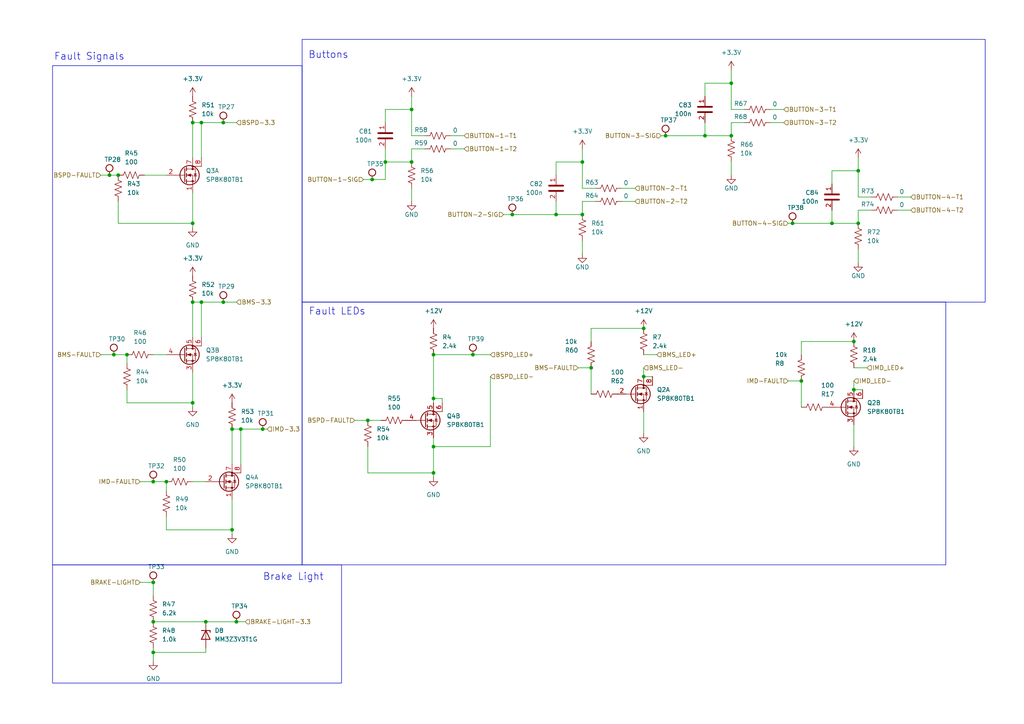
<source format=kicad_sch>
(kicad_sch (version 20250114) (generator "eeschema") (generator_version "9.0")
  (paper "A4")
  (rectangle (start 87.63 11.43) (end 285.75 87.63))
  (rectangle (start 15.24 163.83) (end 99.06 198.12))
  (rectangle (start 15.24 19.05) (end 87.63 163.83))
  (rectangle (start 87.63 87.63) (end 274.32 163.83))
  (text "Fault LEDs" (at 97.79 90.424 0) (effects (font (size 2.032 2.032))))
  (text "Fault Signals" (at 25.908 16.51 0) (effects (font (size 2.032 2.032))))
  (text "Buttons\n" (at 95.25 16.002 0) (effects (font (size 2.032 2.032))))
  (text "Brake Light\n" (at 85.09 167.386 0) (effects (font (size 2.032 2.032))))
  (junction (at 186.69 95.25))
  (junction (at 148.59 62.23))
  (junction (at 125.73 102.87))
  (junction (at 186.69 109.22))
  (junction (at 59.69 180.34))
  (junction (at 58.42 35.56))
  (junction (at 106.68 121.92))
  (junction (at 232.41 110.49))
  (junction (at 67.31 153.67))
  (junction (at 69.85 124.46))
  (junction (at 171.45 106.68))
  (junction (at 55.88 64.77))
  (junction (at 44.45 168.91))
  (junction (at 248.92 49.53))
  (junction (at 137.16 102.87))
  (junction (at 44.45 139.7))
  (junction (at 161.29 62.23))
  (junction (at 48.26 139.7))
  (junction (at 58.42 87.63))
  (junction (at 241.3 64.77))
  (junction (at 55.88 35.56))
  (junction (at 64.77 35.56))
  (junction (at 212.09 24.13))
  (junction (at 168.91 46.99))
  (junction (at 125.73 137.16))
  (junction (at 76.2 124.46))
  (junction (at 193.04 39.37))
  (junction (at 111.76 46.99))
  (junction (at 247.65 99.06))
  (junction (at 119.38 31.75))
  (junction (at 125.73 115.57))
  (junction (at 68.58 180.34))
  (junction (at 55.88 87.63))
  (junction (at 229.87 64.77))
  (junction (at 247.65 113.03))
  (junction (at 204.47 39.37))
  (junction (at 248.92 64.77))
  (junction (at 33.02 102.87))
  (junction (at 55.88 116.84))
  (junction (at 64.77 87.63))
  (junction (at 67.31 124.46))
  (junction (at 212.09 39.37))
  (junction (at 119.38 46.99))
  (junction (at 31.75 50.8))
  (junction (at 36.83 102.87))
  (junction (at 107.95 52.07))
  (junction (at 44.45 189.23))
  (junction (at 125.73 129.54))
  (junction (at 34.29 50.8))
  (junction (at 168.91 62.23))
  (junction (at 44.45 180.34))
  (wire (pts (xy 161.29 62.23) (xy 168.91 62.23)))
  (wire (pts (xy 44.45 180.34) (xy 59.69 180.34)))
  (wire (pts (xy 248.92 45.72) (xy 248.92 49.53)))
  (wire (pts (xy 55.88 64.77) (xy 55.88 66.04)))
  (wire (pts (xy 223.52 35.56) (xy 227.33 35.56)))
  (wire (pts (xy 180.34 54.61) (xy 184.15 54.61)))
  (wire (pts (xy 58.42 87.63) (xy 64.77 87.63)))
  (wire (pts (xy 232.41 102.87) (xy 232.41 99.06)))
  (wire (pts (xy 186.69 106.68) (xy 186.69 109.22)))
  (wire (pts (xy 241.3 49.53) (xy 248.92 49.53)))
  (wire (pts (xy 232.41 110.49) (xy 232.41 118.11)))
  (wire (pts (xy 171.45 95.25) (xy 186.69 95.25)))
  (wire (pts (xy 260.35 60.96) (xy 264.16 60.96)))
  (wire (pts (xy 171.45 99.06) (xy 171.45 95.25)))
  (wire (pts (xy 44.45 139.7) (xy 40.64 139.7)))
  (wire (pts (xy 44.45 102.87) (xy 48.26 102.87)))
  (wire (pts (xy 168.91 46.99) (xy 168.91 54.61)))
  (wire (pts (xy 119.38 43.18) (xy 119.38 46.99)))
  (wire (pts (xy 106.68 129.54) (xy 106.68 137.16)))
  (wire (pts (xy 204.47 39.37) (xy 212.09 39.37)))
  (wire (pts (xy 248.92 72.39) (xy 248.92 76.2)))
  (wire (pts (xy 31.75 50.8) (xy 29.21 50.8)))
  (wire (pts (xy 142.24 129.54) (xy 125.73 129.54)))
  (wire (pts (xy 69.85 124.46) (xy 69.85 134.62)))
  (wire (pts (xy 248.92 60.96) (xy 248.92 64.77)))
  (wire (pts (xy 130.81 43.18) (xy 134.62 43.18)))
  (wire (pts (xy 191.77 39.37) (xy 193.04 39.37)))
  (wire (pts (xy 167.64 106.68) (xy 171.45 106.68)))
  (wire (pts (xy 193.04 39.37) (xy 204.47 39.37)))
  (wire (pts (xy 125.73 115.57) (xy 125.73 116.84)))
  (wire (pts (xy 111.76 46.99) (xy 111.76 43.18)))
  (wire (pts (xy 36.83 102.87) (xy 33.02 102.87)))
  (wire (pts (xy 36.83 116.84) (xy 55.88 116.84)))
  (wire (pts (xy 125.73 102.87) (xy 125.73 115.57)))
  (wire (pts (xy 248.92 57.15) (xy 252.73 57.15)))
  (wire (pts (xy 107.95 52.07) (xy 111.76 52.07)))
  (wire (pts (xy 48.26 139.7) (xy 48.26 142.24)))
  (wire (pts (xy 146.05 62.23) (xy 148.59 62.23)))
  (wire (pts (xy 248.92 60.96) (xy 252.73 60.96)))
  (wire (pts (xy 67.31 153.67) (xy 67.31 154.94)))
  (wire (pts (xy 64.77 87.63) (xy 68.58 87.63)))
  (wire (pts (xy 168.91 69.85) (xy 168.91 73.66)))
  (wire (pts (xy 148.59 62.23) (xy 161.29 62.23)))
  (wire (pts (xy 36.83 113.03) (xy 36.83 116.84)))
  (wire (pts (xy 119.38 43.18) (xy 123.19 43.18)))
  (wire (pts (xy 67.31 144.78) (xy 67.31 153.67)))
  (wire (pts (xy 40.64 168.91) (xy 44.45 168.91)))
  (wire (pts (xy 119.38 27.94) (xy 119.38 31.75)))
  (wire (pts (xy 68.58 180.34) (xy 71.12 180.34)))
  (wire (pts (xy 58.42 35.56) (xy 58.42 45.72)))
  (wire (pts (xy 111.76 52.07) (xy 111.76 46.99)))
  (wire (pts (xy 168.91 58.42) (xy 168.91 62.23)))
  (wire (pts (xy 111.76 31.75) (xy 111.76 35.56)))
  (wire (pts (xy 247.65 110.49) (xy 247.65 113.03)))
  (wire (pts (xy 67.31 124.46) (xy 69.85 124.46)))
  (wire (pts (xy 34.29 58.42) (xy 34.29 64.77)))
  (wire (pts (xy 105.41 52.07) (xy 107.95 52.07)))
  (wire (pts (xy 44.45 168.91) (xy 44.45 172.72)))
  (wire (pts (xy 55.88 35.56) (xy 55.88 45.72)))
  (wire (pts (xy 232.41 99.06) (xy 247.65 99.06)))
  (wire (pts (xy 55.88 139.7) (xy 59.69 139.7)))
  (wire (pts (xy 44.45 189.23) (xy 44.45 191.77)))
  (wire (pts (xy 161.29 46.99) (xy 168.91 46.99)))
  (wire (pts (xy 55.88 87.63) (xy 55.88 97.79)))
  (wire (pts (xy 241.3 49.53) (xy 241.3 53.34)))
  (wire (pts (xy 48.26 149.86) (xy 48.26 153.67)))
  (wire (pts (xy 212.09 24.13) (xy 212.09 31.75)))
  (wire (pts (xy 212.09 20.32) (xy 212.09 24.13)))
  (wire (pts (xy 142.24 102.87) (xy 137.16 102.87)))
  (wire (pts (xy 186.69 109.22) (xy 189.23 109.22)))
  (wire (pts (xy 186.69 119.38) (xy 186.69 125.73)))
  (wire (pts (xy 67.31 124.46) (xy 67.31 134.62)))
  (wire (pts (xy 119.38 31.75) (xy 119.38 39.37)))
  (wire (pts (xy 130.81 39.37) (xy 134.62 39.37)))
  (wire (pts (xy 125.73 129.54) (xy 125.73 137.16)))
  (wire (pts (xy 119.38 39.37) (xy 123.19 39.37)))
  (wire (pts (xy 48.26 139.7) (xy 44.45 139.7)))
  (wire (pts (xy 44.45 187.96) (xy 44.45 189.23)))
  (wire (pts (xy 106.68 121.92) (xy 110.49 121.92)))
  (wire (pts (xy 212.09 35.56) (xy 215.9 35.56)))
  (wire (pts (xy 128.27 116.84) (xy 128.27 115.57)))
  (wire (pts (xy 111.76 46.99) (xy 119.38 46.99)))
  (wire (pts (xy 228.6 110.49) (xy 232.41 110.49)))
  (wire (pts (xy 204.47 39.37) (xy 204.47 35.56)))
  (wire (pts (xy 260.35 57.15) (xy 264.16 57.15)))
  (wire (pts (xy 48.26 153.67) (xy 67.31 153.67)))
  (wire (pts (xy 111.76 31.75) (xy 119.38 31.75)))
  (wire (pts (xy 168.91 54.61) (xy 172.72 54.61)))
  (wire (pts (xy 58.42 87.63) (xy 58.42 97.79)))
  (wire (pts (xy 55.88 87.63) (xy 58.42 87.63)))
  (wire (pts (xy 41.91 50.8) (xy 48.26 50.8)))
  (wire (pts (xy 59.69 187.96) (xy 59.69 189.23)))
  (wire (pts (xy 69.85 124.46) (xy 76.2 124.46)))
  (wire (pts (xy 204.47 24.13) (xy 212.09 24.13)))
  (wire (pts (xy 137.16 102.87) (xy 125.73 102.87)))
  (wire (pts (xy 241.3 64.77) (xy 248.92 64.77)))
  (wire (pts (xy 55.88 55.88) (xy 55.88 64.77)))
  (wire (pts (xy 125.73 137.16) (xy 125.73 138.43)))
  (wire (pts (xy 55.88 107.95) (xy 55.88 116.84)))
  (wire (pts (xy 34.29 64.77) (xy 55.88 64.77)))
  (wire (pts (xy 119.38 54.61) (xy 119.38 58.42)))
  (wire (pts (xy 212.09 46.99) (xy 212.09 50.8)))
  (wire (pts (xy 33.02 102.87) (xy 29.21 102.87)))
  (wire (pts (xy 204.47 24.13) (xy 204.47 27.94)))
  (wire (pts (xy 161.29 62.23) (xy 161.29 58.42)))
  (wire (pts (xy 102.87 121.92) (xy 106.68 121.92)))
  (wire (pts (xy 106.68 137.16) (xy 125.73 137.16)))
  (wire (pts (xy 168.91 43.18) (xy 168.91 46.99)))
  (wire (pts (xy 128.27 115.57) (xy 125.73 115.57)))
  (wire (pts (xy 125.73 127) (xy 125.73 129.54)))
  (wire (pts (xy 247.65 113.03) (xy 250.19 113.03)))
  (wire (pts (xy 228.6 64.77) (xy 229.87 64.77)))
  (wire (pts (xy 168.91 58.42) (xy 172.72 58.42)))
  (wire (pts (xy 186.69 102.87) (xy 190.5 102.87)))
  (wire (pts (xy 142.24 109.22) (xy 142.24 129.54)))
  (wire (pts (xy 180.34 58.42) (xy 184.15 58.42)))
  (wire (pts (xy 247.65 106.68) (xy 251.46 106.68)))
  (wire (pts (xy 34.29 50.8) (xy 31.75 50.8)))
  (wire (pts (xy 161.29 46.99) (xy 161.29 50.8)))
  (wire (pts (xy 229.87 64.77) (xy 241.3 64.77)))
  (wire (pts (xy 55.88 35.56) (xy 58.42 35.56)))
  (wire (pts (xy 212.09 35.56) (xy 212.09 39.37)))
  (wire (pts (xy 59.69 189.23) (xy 44.45 189.23)))
  (wire (pts (xy 58.42 35.56) (xy 64.77 35.56)))
  (wire (pts (xy 64.77 35.56) (xy 68.58 35.56)))
  (wire (pts (xy 55.88 116.84) (xy 55.88 118.11)))
  (wire (pts (xy 241.3 64.77) (xy 241.3 60.96)))
  (wire (pts (xy 248.92 49.53) (xy 248.92 57.15)))
  (wire (pts (xy 212.09 31.75) (xy 215.9 31.75)))
  (wire (pts (xy 36.83 102.87) (xy 36.83 105.41)))
  (wire (pts (xy 247.65 123.19) (xy 247.65 129.54)))
  (wire (pts (xy 223.52 31.75) (xy 227.33 31.75)))
  (wire (pts (xy 59.69 180.34) (xy 68.58 180.34)))
  (wire (pts (xy 76.2 124.46) (xy 77.47 124.46)))
  (wire (pts (xy 171.45 106.68) (xy 171.45 114.3)))
  (hierarchical_label "BSPD-FAULT" (shape input) (at 29.21 50.8 180))
  (hierarchical_label "IMD-FAULT" (shape input) (at 40.64 139.7 180))
  (hierarchical_label "BMS-FAULT" (shape input) (at 29.21 102.87 180))
  (hierarchical_label "BUTTON-2-T1" (shape input) (at 184.15 54.61 0))
  (hierarchical_label "BMS_LED+" (shape input) (at 190.5 102.87 0))
  (hierarchical_label "BSPD-3.3" (shape input) (at 68.58 35.56 0))
  (hierarchical_label "IMD-3.3" (shape input) (at 77.47 124.46 0))
  (hierarchical_label "IMD_LED+" (shape input) (at 251.46 106.68 0))
  (hierarchical_label "BSPD_LED+" (shape input) (at 142.24 102.87 0))
  (hierarchical_label "BSPD_LED-" (shape input) (at 142.24 109.22 0))
  (hierarchical_label "BRAKE-LIGHT" (shape input) (at 40.64 168.91 180))
  (hierarchical_label "IMD-FAULT" (shape input) (at 228.6 110.49 180))
  (hierarchical_label "BUTTON-4-SIG" (shape input) (at 228.6 64.77 180))
  (hierarchical_label "BUTTON-3-SIG" (shape input) (at 191.77 39.37 180))
  (hierarchical_label "BUTTON-3-T2" (shape input) (at 227.33 35.56 0))
  (hierarchical_label "IMD_LED-" (shape input) (at 247.65 110.49 0))
  (hierarchical_label "BUTTON-4-T1" (shape input) (at 264.16 57.15 0))
  (hierarchical_label "BUTTON-1-T2" (shape input) (at 134.62 43.18 0))
  (hierarchical_label "BUTTON-4-T2" (shape input) (at 264.16 60.96 0))
  (hierarchical_label "BUTTON-1-SIG" (shape input) (at 105.41 52.07 180))
  (hierarchical_label "BSPD-FAULT" (shape input) (at 102.87 121.92 180))
  (hierarchical_label "BUTTON-2-T2" (shape input) (at 184.15 58.42 0))
  (hierarchical_label "BMS-3.3" (shape input) (at 68.58 87.63 0))
  (hierarchical_label "BMS-FAULT" (shape input) (at 167.64 106.68 180))
  (hierarchical_label "BUTTON-3-T1" (shape input) (at 227.33 31.75 0))
  (hierarchical_label "BRAKE-LIGHT-3.3" (shape input) (at 71.12 180.34 0))
  (hierarchical_label "BUTTON-1-T1" (shape input) (at 134.62 39.37 0))
  (hierarchical_label "BUTTON-2-SIG" (shape input) (at 146.05 62.23 180))
  (hierarchical_label "BMS_LED-" (shape input) (at 186.69 106.68 0))
  (symbol (lib_id "power:GND") (at 125.73 138.43 0) (unit 1)
    (property "Reference" "#PWR0121" (effects (hide yes)))
    (property "Value" "GND" (at 125.73 143.51 0))
    (property "Description" "Power symbol creates a global label with name \"GND\" , ground" (effects (hide yes)))
  )
  (symbol (lib_id "bfr_resistors:RMCF0805ZT0R00") (at 256.54 57.15 0) (unit 1)
    (property "Reference" "R73" (at 251.6681 55.451 0))
    (property "Value" "0" (at 261.5717 55.5843 0))
    (property "Footprint" "Resistor_SMD:R_0805_2012Metric_Pad1.20x1.40mm_HandSolder" (effects (hide yes)))
    (property "Datasheet" "https://www.seielect.com/catalog/sei-rmcf_rmcp.pdf" (effects (hide yes)))
    (property "Description" "0Ω 0805 JLCPCB Basic Resistor" (effects (hide yes)))
    (property "Sim.Device" "SUBCKT" (effects (hide yes)))
    (property "Sim.Pins" "1=P1 2=P2" (effects (hide yes)))
    (property "Sim.Library" "${BFRUH_DIR}/Electronics/spice_models/bfr_resistors/RMCF0805ZT0R00.lib" (effects (hide yes)))
    (property "Sim.Name" "RMCF0805ZT0R00" (effects (hide yes)))
    (property "Pretty Name" "0Ω 0805 Resistor" (effects (hide yes)))
    (property "Order From" "LCSC" (effects (hide yes)))
    (property "Digikey P/N" "RMCF0805ZT0R00CT-ND" (effects (hide yes)))
    (property "Mouser P/N" "708-RMCF0805ZT0R00" (effects (hide yes)))
    (property "LCSC P/N" "C17477" (effects (hide yes)))
    (property "JLCPCB Basic Part" "Yes" (effects (hide yes)))
    (property "Created by" "resistor_generator.py script using e24_resistor_bible_spec.txt" (effects (hide yes)))
    (property "LCSC Part #" "C17477" (effects (hide yes)))
  )
  (symbol (lib_id ".Test-Point:RH-5015") (at 76.2 124.46 0) (unit 1)
    (property "Reference" "TP31" (at 74.6768 119.2037 0) (effects (justify left top)))
    (property "Value" "RH-5015" (effects (hide yes)))
    (property "Footprint" "TestPoint:TestPoint_Keystone_5015_Micro_Mini" (effects (hide yes)))
    (property "Datasheet" "https://wmsc.lcsc.com/wmsc/upload/file/pdf/v2/lcsc/2310260935_ronghe-RH-5015_C5199798.pdf" (effects (hide yes)))
    (property "Description" "Surface-mount grabby test point" (effects (hide yes)))
    (property "Link" "https://jlcpcb.com/partdetail/Ronghe-RH5015/C5199798" (effects (hide yes)))
    (property "Digikey P/N" "36-5015CT-ND" (effects (hide yes)))
    (property "Mouser P/N" "534-5015" (effects (hide yes)))
    (property "LCSC P/N" "C5199798" (effects (hide yes)))
    (property "Manufacturer" "Ronghe" (effects (hide yes)))
    (property "Manufacturer P/N" "RH-5015" (effects (hide yes)))
    (property "LCSC Part #" "C5199798" (effects (hide yes)))
  )
  (symbol (lib_id "bfr_resistors:RMCF0805ZT0R00") (at 219.71 35.56 0) (unit 1)
    (property "Reference" "R68" (at 214.8381 33.861 0))
    (property "Value" "0" (at 224.7417 33.9943 0))
    (property "Footprint" "Resistor_SMD:R_0805_2012Metric_Pad1.20x1.40mm_HandSolder" (effects (hide yes)))
    (property "Datasheet" "https://www.seielect.com/catalog/sei-rmcf_rmcp.pdf" (effects (hide yes)))
    (property "Description" "0Ω 0805 JLCPCB Basic Resistor" (effects (hide yes)))
    (property "Sim.Device" "SUBCKT" (effects (hide yes)))
    (property "Sim.Pins" "1=P1 2=P2" (effects (hide yes)))
    (property "Sim.Library" "${BFRUH_DIR}/Electronics/spice_models/bfr_resistors/RMCF0805ZT0R00.lib" (effects (hide yes)))
    (property "Sim.Name" "RMCF0805ZT0R00" (effects (hide yes)))
    (property "Pretty Name" "0Ω 0805 Resistor" (effects (hide yes)))
    (property "Order From" "LCSC" (effects (hide yes)))
    (property "Digikey P/N" "RMCF0805ZT0R00CT-ND" (effects (hide yes)))
    (property "Mouser P/N" "708-RMCF0805ZT0R00" (effects (hide yes)))
    (property "LCSC P/N" "C17477" (effects (hide yes)))
    (property "JLCPCB Basic Part" "Yes" (effects (hide yes)))
    (property "Created by" "resistor_generator.py script using e24_resistor_bible_spec.txt" (effects (hide yes)))
    (property "LCSC Part #" "C17477" (effects (hide yes)))
  )
  (symbol (lib_id "BFR Resistors:RMCF0603FT10K0") (at 67.31 120.65 90) (unit 1)
    (property "Reference" "R53" (at 69.85 119.3799 90) (effects (justify right)))
    (property "Value" "10k" (at 69.85 121.9199 90) (effects (justify right)))
    (property "Footprint" "Resistor_SMD:R_0603_1608Metric_Pad0.98x0.95mm_HandSolder" (effects (hide yes)))
    (property "Datasheet" "https://www.seielect.com/catalog/sei-rmcf_rmcp.pdf" (effects (hide yes)))
    (property "Description" "10kΩ 0603 JLCPCB Basic Resistor" (effects (hide yes)))
    (property "Sim.Device" "SUBCKT" (effects (hide yes)))
    (property "Sim.Pins" "1=P1 2=P2" (effects (hide yes)))
    (property "Sim.Library" "${BFRUH_DIR}/Electronics/spice_models/bfr_resistors/RMCF0603FT10K0.lib" (effects (hide yes)))
    (property "Sim.Name" "RMCF0603FT10K0" (effects (hide yes)))
    (property "Pretty Name" "10kΩ 0603 Resistor" (effects (hide yes)))
    (property "Order From" "LCSC" (effects (hide yes)))
    (property "Digikey P/N" "RMCF0603FT10K0CT-ND" (effects (hide yes)))
    (property "Mouser P/N" "708-RMCF0603FT10K0" (effects (hide yes)))
    (property "LCSC P/N" "C25804" (effects (hide yes)))
    (property "JLCPCB Basic Part" "Yes" (effects (hide yes)))
    (property "Created by" "resistor_generator.py script using e24_resistor_bible_spec.txt" (effects (hide yes)))
  )
  (symbol (lib_id "BFR Resistors:RMCF0603FT10K0") (at 171.45 102.87 90) (mirror x) (unit 1)
    (property "Reference" "R60" (at 163.83 101.6 90) (effects (justify right)))
    (property "Value" "10k" (at 163.83 99.06 90) (effects (justify right)))
    (property "Footprint" "Resistor_SMD:R_0603_1608Metric_Pad0.98x0.95mm_HandSolder" (effects (hide yes)))
    (property "Datasheet" "https://www.seielect.com/catalog/sei-rmcf_rmcp.pdf" (effects (hide yes)))
    (property "Description" "10kΩ 0603 JLCPCB Basic Resistor" (effects (hide yes)))
    (property "Sim.Device" "SUBCKT" (effects (hide yes)))
    (property "Sim.Pins" "1=P1 2=P2" (effects (hide yes)))
    (property "Sim.Library" "${BFRUH_DIR}/Electronics/spice_models/bfr_resistors/RMCF0603FT10K0.lib" (effects (hide yes)))
    (property "Sim.Name" "RMCF0603FT10K0" (effects (hide yes)))
    (property "Pretty Name" "10kΩ 0603 Resistor" (effects (hide yes)))
    (property "Order From" "LCSC" (effects (hide yes)))
    (property "Digikey P/N" "RMCF0603FT10K0CT-ND" (effects (hide yes)))
    (property "Mouser P/N" "708-RMCF0603FT10K0" (effects (hide yes)))
    (property "LCSC P/N" "C25804" (effects (hide yes)))
    (property "JLCPCB Basic Part" "Yes" (effects (hide yes)))
    (property "Created by" "resistor_generator.py script using e24_resistor_bible_spec.txt" (effects (hide yes)))
  )
  (symbol (lib_id ".Test-Point:RH-5015") (at 64.77 87.63 0) (unit 1)
    (property "Reference" "TP29" (at 63.2468 82.3737 0) (effects (justify left top)))
    (property "Value" "RH-5015" (effects (hide yes)))
    (property "Footprint" "TestPoint:TestPoint_Keystone_5015_Micro_Mini" (effects (hide yes)))
    (property "Datasheet" "https://wmsc.lcsc.com/wmsc/upload/file/pdf/v2/lcsc/2310260935_ronghe-RH-5015_C5199798.pdf" (effects (hide yes)))
    (property "Description" "Surface-mount grabby test point" (effects (hide yes)))
    (property "Link" "https://jlcpcb.com/partdetail/Ronghe-RH5015/C5199798" (effects (hide yes)))
    (property "Digikey P/N" "36-5015CT-ND" (effects (hide yes)))
    (property "Mouser P/N" "534-5015" (effects (hide yes)))
    (property "LCSC P/N" "C5199798" (effects (hide yes)))
    (property "Manufacturer" "Ronghe" (effects (hide yes)))
    (property "Manufacturer P/N" "RH-5015" (effects (hide yes)))
    (property "LCSC Part #" "C5199798" (effects (hide yes)))
  )
  (symbol (lib_id "Transistor_FET:Q_Dual_NMOS_S1G1S2G2D2D2D1D1") (at 245.11 118.11 0) (unit 2)
    (property "Reference" "Q2" (at 251.46 116.8399 0) (effects (justify left)))
    (property "Value" "SP8K80TB1" (at 251.46 119.3799 0) (effects (justify left)))
    (property "Footprint" "Package_SO:SOP-8_3.76x4.96mm_P1.27mm" (effects (hide yes)))
    (property "Datasheet" "https://fscdn.rohm.com/en/products/databook/datasheet/discrete/transistor/mosfet/sp8k80.pdf" (effects (hide yes)))
    (property "Description" "Dual NMOS transistor, 8 pin package" (effects (hide yes)))
    (property "Mouser P/N" "755-SP8K80TB1 " (effects (hide yes)))
    (property "LCSC P/N" "C17689842" (effects (hide yes)))
  )
  (symbol (lib_id "power:+3.3V") (at 55.88 27.94 0) (unit 1)
    (property "Reference" "#PWR0112" (effects (hide yes)))
    (property "Value" "+3.3V" (at 55.88 22.86 0))
    (property "Description" "Power symbol creates a global label with name \"+3.3V\"" (effects (hide yes)))
  )
  (symbol (lib_id ".Test-Point:RH-5015") (at 107.95 52.07 0) (unit 1)
    (property "Reference" "TP35" (at 106.4268 46.8137 0) (effects (justify left top)))
    (property "Value" "RH-5015" (effects (hide yes)))
    (property "Footprint" "TestPoint:TestPoint_Keystone_5015_Micro_Mini" (effects (hide yes)))
    (property "Datasheet" "https://wmsc.lcsc.com/wmsc/upload/file/pdf/v2/lcsc/2310260935_ronghe-RH-5015_C5199798.pdf" (effects (hide yes)))
    (property "Description" "Surface-mount grabby test point" (effects (hide yes)))
    (property "Link" "https://jlcpcb.com/partdetail/Ronghe-RH5015/C5199798" (effects (hide yes)))
    (property "Digikey P/N" "36-5015CT-ND" (effects (hide yes)))
    (property "Mouser P/N" "534-5015" (effects (hide yes)))
    (property "LCSC P/N" "C5199798" (effects (hide yes)))
    (property "Manufacturer" "Ronghe" (effects (hide yes)))
    (property "Manufacturer P/N" "RH-5015" (effects (hide yes)))
    (property "LCSC Part #" "C5199798" (effects (hide yes)))
  )
  (symbol (lib_id "BFR Resistors:RMCF0603FT2K40") (at 186.69 99.06 90) (unit 1)
    (property "Reference" "R7" (at 189.23 97.7899 90) (effects (justify right)))
    (property "Value" "2.4k" (at 189.23 100.3299 90) (effects (justify right)))
    (property "Footprint" "Resistor_SMD:R_0603_1608Metric_Pad0.98x0.95mm_HandSolder" (effects (hide yes)))
    (property "Datasheet" "https://www.seielect.com/catalog/sei-rmcf_rmcp.pdf" (effects (hide yes)))
    (property "Description" "2.4kΩ 0603 JLCPCB Basic Resistor" (effects (hide yes)))
    (property "Sim.Device" "SUBCKT" (effects (hide yes)))
    (property "Sim.Pins" "1=P1 2=P2" (effects (hide yes)))
    (property "Sim.Library" "${BFRUH_DIR}/Electronics/spice_models/bfr_resistors/RMCF0603FT2K40.lib" (effects (hide yes)))
    (property "Sim.Name" "RMCF0603FT2K40" (effects (hide yes)))
    (property "Pretty Name" "2.4kΩ 0603 Resistor" (effects (hide yes)))
    (property "Order From" "LCSC" (effects (hide yes)))
    (property "Digikey P/N" "RMCF0603FT2K40CT-ND" (effects (hide yes)))
    (property "Mouser P/N" "708-RMCF0603FT2K40" (effects (hide yes)))
    (property "LCSC P/N" "C22940" (effects (hide yes)))
    (property "JLCPCB Basic Part" "Yes" (effects (hide yes)))
    (property "Created by" "resistor_generator.py script using e24_resistor_bible_spec.txt" (effects (hide yes)))
  )
  (symbol (lib_id "bfr_resistors:RMCF0805ZT0R00") (at 256.54 60.96 0) (unit 1)
    (property "Reference" "R74" (at 251.6681 59.261 0))
    (property "Value" "0" (at 261.5717 59.3943 0))
    (property "Footprint" "Resistor_SMD:R_0805_2012Metric_Pad1.20x1.40mm_HandSolder" (effects (hide yes)))
    (property "Datasheet" "https://www.seielect.com/catalog/sei-rmcf_rmcp.pdf" (effects (hide yes)))
    (property "Description" "0Ω 0805 JLCPCB Basic Resistor" (effects (hide yes)))
    (property "Sim.Device" "SUBCKT" (effects (hide yes)))
    (property "Sim.Pins" "1=P1 2=P2" (effects (hide yes)))
    (property "Sim.Library" "${BFRUH_DIR}/Electronics/spice_models/bfr_resistors/RMCF0805ZT0R00.lib" (effects (hide yes)))
    (property "Sim.Name" "RMCF0805ZT0R00" (effects (hide yes)))
    (property "Pretty Name" "0Ω 0805 Resistor" (effects (hide yes)))
    (property "Order From" "LCSC" (effects (hide yes)))
    (property "Digikey P/N" "RMCF0805ZT0R00CT-ND" (effects (hide yes)))
    (property "Mouser P/N" "708-RMCF0805ZT0R00" (effects (hide yes)))
    (property "LCSC P/N" "C17477" (effects (hide yes)))
    (property "JLCPCB Basic Part" "Yes" (effects (hide yes)))
    (property "Created by" "resistor_generator.py script using e24_resistor_bible_spec.txt" (effects (hide yes)))
    (property "LCSC Part #" "C17477" (effects (hide yes)))
  )
  (symbol (lib_id "bfr_capacitors:08051C104KAT4A") (at 161.29 54.61 0) (mirror y) (unit 1)
    (property "Reference" "C82" (at 157.48 53.3399 0) (effects (justify left)))
    (property "Value" "100n" (at 157.48 55.8799 0) (effects (justify left)))
    (property "Footprint" "Capacitor_SMD:C_0805_2012Metric_Pad1.18x1.45mm_HandSolder" (effects (hide yes)))
    (property "Description" "100nF±10% X7R 25V JLCPCB Basic 0805 Capacitor" (effects (hide yes)))
    (property "Sim.Device" "SUBCKT" (effects (hide yes)))
    (property "Sim.Pins" "1=P1 2=P2" (effects (hide yes)))
    (property "Sim.Library" "${BFRUH_DIR}/Electronics/spice_models/bfr_capacitors/08051C104KAT4A.lib" (effects (hide yes)))
    (property "Sim.Name" "08051C104KAT4A" (effects (hide yes)))
    (property "Pretty Name" "100nF 25V 0805 Capacitor" (effects (hide yes)))
    (property "Order From" "LCSC" (effects (hide yes)))
    (property "Mouser P/N" "581-08051C104KAT4A" (effects (hide yes)))
    (property "LCSC P/N" "C28233" (effects (hide yes)))
    (property "JLCPCB Basic Part" "Yes" (effects (hide yes)))
    (property "Created by" "capacitor_generator.py script using capacitor_bible_spec.txt" (effects (hide yes)))
    (property "LCSC Part #" "C28233" (effects (hide yes)))
  )
  (symbol (lib_id "BFR Resistors:RMCF0603FT100R") (at 236.22 118.11 180) (unit 1)
    (property "Reference" "R17" (at 240.03 114.3 0))
    (property "Value" "100" (at 240.03 111.76 0))
    (property "Footprint" "Resistor_SMD:R_0603_1608Metric_Pad0.98x0.95mm_HandSolder" (effects (hide yes)))
    (property "Datasheet" "https://www.seielect.com/catalog/sei-rmcf_rmcp.pdf" (effects (hide yes)))
    (property "Description" "100Ω 0603 JLCPCB Basic Resistor" (effects (hide yes)))
    (property "Sim.Device" "SUBCKT" (effects (hide yes)))
    (property "Sim.Pins" "1=P1 2=P2" (effects (hide yes)))
    (property "Sim.Library" "${BFRUH_DIR}/Electronics/spice_models/bfr_resistors/RMCF0603FT100R.lib" (effects (hide yes)))
    (property "Sim.Name" "RMCF0603FT100R" (effects (hide yes)))
    (property "Pretty Name" "100Ω 0603 Resistor" (effects (hide yes)))
    (property "Order From" "LCSC" (effects (hide yes)))
    (property "Digikey P/N" "RMCF0603FT100RCT-ND" (effects (hide yes)))
    (property "Mouser P/N" "708-RMCF0603FT100R" (effects (hide yes)))
    (property "LCSC P/N" "C22775" (effects (hide yes)))
    (property "JLCPCB Basic Part" "Yes" (effects (hide yes)))
    (property "Created by" "resistor_generator.py script using e24_resistor_bible_spec.txt" (effects (hide yes)))
  )
  (symbol (lib_id "Transistor_FET:Q_Dual_NMOS_S1G1S2G2D2D2D1D1") (at 123.19 121.92 0) (unit 2)
    (property "Reference" "Q4" (at 129.54 120.6499 0) (effects (justify left)))
    (property "Value" "SP8K80TB1" (at 129.54 123.1899 0) (effects (justify left)))
    (property "Footprint" "Package_SO:SOP-8_3.76x4.96mm_P1.27mm" (effects (hide yes)))
    (property "Datasheet" "https://fscdn.rohm.com/en/products/databook/datasheet/discrete/transistor/mosfet/sp8k80.pdf" (effects (hide yes)))
    (property "Description" "Dual NMOS transistor, 8 pin package" (effects (hide yes)))
    (property "Mouser P/N" "755-SP8K80TB1 " (effects (hide yes)))
    (property "LCSC P/N" "C17689842" (effects (hide yes)))
  )
  (symbol (lib_id ".Test-Point:RH-5015") (at 44.45 168.91 0) (unit 1)
    (property "Reference" "TP33" (at 42.9268 163.6537 0) (effects (justify left top)))
    (property "Value" "RH-5015" (effects (hide yes)))
    (property "Footprint" "TestPoint:TestPoint_Keystone_5015_Micro_Mini" (effects (hide yes)))
    (property "Datasheet" "https://wmsc.lcsc.com/wmsc/upload/file/pdf/v2/lcsc/2310260935_ronghe-RH-5015_C5199798.pdf" (effects (hide yes)))
    (property "Description" "Surface-mount grabby test point" (effects (hide yes)))
    (property "Link" "https://jlcpcb.com/partdetail/Ronghe-RH5015/C5199798" (effects (hide yes)))
    (property "Digikey P/N" "36-5015CT-ND" (effects (hide yes)))
    (property "Mouser P/N" "534-5015" (effects (hide yes)))
    (property "LCSC P/N" "C5199798" (effects (hide yes)))
    (property "Manufacturer" "Ronghe" (effects (hide yes)))
    (property "Manufacturer P/N" "RH-5015" (effects (hide yes)))
    (property "LCSC Part #" "C5199798" (effects (hide yes)))
  )
  (symbol (lib_id "power:GND") (at 248.92 76.2 0) (unit 1)
    (property "Reference" "#PWR0131" (effects (hide yes)))
    (property "Value" "GND" (at 248.92 80.01 0))
    (property "Description" "Power symbol creates a global label with name \"GND\" , ground" (effects (hide yes)))
  )
  (symbol (lib_id "bfr_capacitors:08051C104KAT4A") (at 204.47 31.75 0) (mirror y) (unit 1)
    (property "Reference" "C83" (at 200.66 30.4799 0) (effects (justify left)))
    (property "Value" "100n" (at 200.66 33.0199 0) (effects (justify left)))
    (property "Footprint" "Capacitor_SMD:C_0805_2012Metric_Pad1.18x1.45mm_HandSolder" (effects (hide yes)))
    (property "Description" "100nF±10% X7R 25V JLCPCB Basic 0805 Capacitor" (effects (hide yes)))
    (property "Sim.Device" "SUBCKT" (effects (hide yes)))
    (property "Sim.Pins" "1=P1 2=P2" (effects (hide yes)))
    (property "Sim.Library" "${BFRUH_DIR}/Electronics/spice_models/bfr_capacitors/08051C104KAT4A.lib" (effects (hide yes)))
    (property "Sim.Name" "08051C104KAT4A" (effects (hide yes)))
    (property "Pretty Name" "100nF 25V 0805 Capacitor" (effects (hide yes)))
    (property "Order From" "LCSC" (effects (hide yes)))
    (property "Mouser P/N" "581-08051C104KAT4A" (effects (hide yes)))
    (property "LCSC P/N" "C28233" (effects (hide yes)))
    (property "JLCPCB Basic Part" "Yes" (effects (hide yes)))
    (property "Created by" "capacitor_generator.py script using capacitor_bible_spec.txt" (effects (hide yes)))
    (property "LCSC Part #" "C28233" (effects (hide yes)))
  )
  (symbol (lib_id "bfr_capacitors:08051C104KAT4A") (at 111.76 39.37 0) (mirror y) (unit 1)
    (property "Reference" "C81" (at 107.95 38.0999 0) (effects (justify left)))
    (property "Value" "100n" (at 107.95 40.6399 0) (effects (justify left)))
    (property "Footprint" "Capacitor_SMD:C_0805_2012Metric_Pad1.18x1.45mm_HandSolder" (effects (hide yes)))
    (property "Description" "100nF±10% X7R 25V JLCPCB Basic 0805 Capacitor" (effects (hide yes)))
    (property "Sim.Device" "SUBCKT" (effects (hide yes)))
    (property "Sim.Pins" "1=P1 2=P2" (effects (hide yes)))
    (property "Sim.Library" "${BFRUH_DIR}/Electronics/spice_models/bfr_capacitors/08051C104KAT4A.lib" (effects (hide yes)))
    (property "Sim.Name" "08051C104KAT4A" (effects (hide yes)))
    (property "Pretty Name" "100nF 25V 0805 Capacitor" (effects (hide yes)))
    (property "Order From" "LCSC" (effects (hide yes)))
    (property "Mouser P/N" "581-08051C104KAT4A" (effects (hide yes)))
    (property "LCSC P/N" "C28233" (effects (hide yes)))
    (property "JLCPCB Basic Part" "Yes" (effects (hide yes)))
    (property "Created by" "capacitor_generator.py script using capacitor_bible_spec.txt" (effects (hide yes)))
    (property "LCSC Part #" "C28233" (effects (hide yes)))
  )
  (symbol (lib_id "power:GND") (at 247.65 129.54 0) (unit 1)
    (property "Reference" "#PWR0118" (effects (hide yes)))
    (property "Value" "GND" (at 247.65 134.62 0))
    (property "Description" "Power symbol creates a global label with name \"GND\" , ground" (effects (hide yes)))
  )
  (symbol (lib_id "power:GND") (at 212.09 50.8 0) (unit 1)
    (property "Reference" "#PWR0127" (effects (hide yes)))
    (property "Value" "GND" (at 212.09 54.61 0))
    (property "Description" "Power symbol creates a global label with name \"GND\" , ground" (effects (hide yes)))
  )
  (symbol (lib_id "power:GND") (at 119.38 58.42 0) (unit 1)
    (property "Reference" "#PWR0119" (effects (hide yes)))
    (property "Value" "GND" (at 119.38 62.23 0))
    (property "Description" "Power symbol creates a global label with name \"GND\" , ground" (effects (hide yes)))
  )
  (symbol (lib_id ".Test-Point:RH-5015") (at 229.87 64.77 0) (unit 1)
    (property "Reference" "TP38" (at 228.3468 59.5137 0) (effects (justify left top)))
    (property "Value" "RH-5015" (effects (hide yes)))
    (property "Footprint" "TestPoint:TestPoint_Keystone_5015_Micro_Mini" (effects (hide yes)))
    (property "Datasheet" "https://wmsc.lcsc.com/wmsc/upload/file/pdf/v2/lcsc/2310260935_ronghe-RH-5015_C5199798.pdf" (effects (hide yes)))
    (property "Description" "Surface-mount grabby test point" (effects (hide yes)))
    (property "Link" "https://jlcpcb.com/partdetail/Ronghe-RH5015/C5199798" (effects (hide yes)))
    (property "Digikey P/N" "36-5015CT-ND" (effects (hide yes)))
    (property "Mouser P/N" "534-5015" (effects (hide yes)))
    (property "LCSC P/N" "C5199798" (effects (hide yes)))
    (property "Manufacturer" "Ronghe" (effects (hide yes)))
    (property "Manufacturer P/N" "RH-5015" (effects (hide yes)))
    (property "LCSC Part #" "C5199798" (effects (hide yes)))
  )
  (symbol (lib_id "Transistor_FET:Q_Dual_NMOS_S1G1S2G2D2D2D1D1") (at 184.15 114.3 0) (unit 1)
    (property "Reference" "Q2" (at 190.5 113.0299 0) (effects (justify left)))
    (property "Value" "SP8K80TB1" (at 190.5 115.5699 0) (effects (justify left)))
    (property "Footprint" "Package_SO:SOP-8_3.76x4.96mm_P1.27mm" (effects (hide yes)))
    (property "Datasheet" "https://fscdn.rohm.com/en/products/databook/datasheet/discrete/transistor/mosfet/sp8k80.pdf" (effects (hide yes)))
    (property "Description" "Dual NMOS transistor, 8 pin package" (effects (hide yes)))
    (property "Mouser P/N" "755-SP8K80TB1 " (effects (hide yes)))
    (property "LCSC P/N" "C17689842" (effects (hide yes)))
  )
  (symbol (lib_id ".Test-Point:RH-5015") (at 137.16 102.87 0) (unit 1)
    (property "Reference" "TP39" (at 135.6368 97.6137 0) (effects (justify left top)))
    (property "Value" "RH-5015" (effects (hide yes)))
    (property "Footprint" "TestPoint:TestPoint_Keystone_5015_Micro_Mini" (effects (hide yes)))
    (property "Datasheet" "https://wmsc.lcsc.com/wmsc/upload/file/pdf/v2/lcsc/2310260935_ronghe-RH-5015_C5199798.pdf" (effects (hide yes)))
    (property "Description" "Surface-mount grabby test point" (effects (hide yes)))
    (property "Link" "https://jlcpcb.com/partdetail/Ronghe-RH5015/C5199798" (effects (hide yes)))
    (property "Digikey P/N" "36-5015CT-ND" (effects (hide yes)))
    (property "Mouser P/N" "534-5015" (effects (hide yes)))
    (property "LCSC P/N" "C5199798" (effects (hide yes)))
    (property "Manufacturer" "Ronghe" (effects (hide yes)))
    (property "Manufacturer P/N" "RH-5015" (effects (hide yes)))
    (property "LCSC Part #" "C5199798" (effects (hide yes)))
  )
  (symbol (lib_id "BFR Resistors:RMCF0603FT2K40") (at 247.65 102.87 90) (unit 1)
    (property "Reference" "R18" (at 250.19 101.5999 90) (effects (justify right)))
    (property "Value" "2.4k" (at 250.19 104.1399 90) (effects (justify right)))
    (property "Footprint" "Resistor_SMD:R_0603_1608Metric_Pad0.98x0.95mm_HandSolder" (effects (hide yes)))
    (property "Datasheet" "https://www.seielect.com/catalog/sei-rmcf_rmcp.pdf" (effects (hide yes)))
    (property "Description" "2.4kΩ 0603 JLCPCB Basic Resistor" (effects (hide yes)))
    (property "Sim.Device" "SUBCKT" (effects (hide yes)))
    (property "Sim.Pins" "1=P1 2=P2" (effects (hide yes)))
    (property "Sim.Library" "${BFRUH_DIR}/Electronics/spice_models/bfr_resistors/RMCF0603FT2K40.lib" (effects (hide yes)))
    (property "Sim.Name" "RMCF0603FT2K40" (effects (hide yes)))
    (property "Pretty Name" "2.4kΩ 0603 Resistor" (effects (hide yes)))
    (property "Order From" "LCSC" (effects (hide yes)))
    (property "Digikey P/N" "RMCF0603FT2K40CT-ND" (effects (hide yes)))
    (property "Mouser P/N" "708-RMCF0603FT2K40" (effects (hide yes)))
    (property "LCSC P/N" "C22940" (effects (hide yes)))
    (property "JLCPCB Basic Part" "Yes" (effects (hide yes)))
    (property "Created by" "resistor_generator.py script using e24_resistor_bible_spec.txt" (effects (hide yes)))
  )
  (symbol (lib_id "BFR Resistors:RMCF0603FT100R") (at 52.07 139.7 0) (unit 1)
    (property "Reference" "R50" (at 52.07 133.35 0))
    (property "Value" "100" (at 52.07 135.89 0))
    (property "Footprint" "Resistor_SMD:R_0603_1608Metric_Pad0.98x0.95mm_HandSolder" (effects (hide yes)))
    (property "Datasheet" "https://www.seielect.com/catalog/sei-rmcf_rmcp.pdf" (effects (hide yes)))
    (property "Description" "100Ω 0603 JLCPCB Basic Resistor" (effects (hide yes)))
    (property "Sim.Device" "SUBCKT" (effects (hide yes)))
    (property "Sim.Pins" "1=P1 2=P2" (effects (hide yes)))
    (property "Sim.Library" "${BFRUH_DIR}/Electronics/spice_models/bfr_resistors/RMCF0603FT100R.lib" (effects (hide yes)))
    (property "Sim.Name" "RMCF0603FT100R" (effects (hide yes)))
    (property "Pretty Name" "100Ω 0603 Resistor" (effects (hide yes)))
    (property "Order From" "LCSC" (effects (hide yes)))
    (property "Digikey P/N" "RMCF0603FT100RCT-ND" (effects (hide yes)))
    (property "Mouser P/N" "708-RMCF0603FT100R" (effects (hide yes)))
    (property "LCSC P/N" "C22775" (effects (hide yes)))
    (property "JLCPCB Basic Part" "Yes" (effects (hide yes)))
    (property "Created by" "resistor_generator.py script using e24_resistor_bible_spec.txt" (effects (hide yes)))
  )
  (symbol (lib_id ".Test-Point:RH-5015") (at 68.58 180.34 0) (unit 1)
    (property "Reference" "TP34" (at 67.0568 175.0837 0) (effects (justify left top)))
    (property "Value" "RH-5015" (effects (hide yes)))
    (property "Footprint" "TestPoint:TestPoint_Keystone_5015_Micro_Mini" (effects (hide yes)))
    (property "Datasheet" "https://wmsc.lcsc.com/wmsc/upload/file/pdf/v2/lcsc/2310260935_ronghe-RH-5015_C5199798.pdf" (effects (hide yes)))
    (property "Description" "Surface-mount grabby test point" (effects (hide yes)))
    (property "Link" "https://jlcpcb.com/partdetail/Ronghe-RH5015/C5199798" (effects (hide yes)))
    (property "Digikey P/N" "36-5015CT-ND" (effects (hide yes)))
    (property "Mouser P/N" "534-5015" (effects (hide yes)))
    (property "LCSC P/N" "C5199798" (effects (hide yes)))
    (property "Manufacturer" "Ronghe" (effects (hide yes)))
    (property "Manufacturer P/N" "RH-5015" (effects (hide yes)))
    (property "LCSC Part #" "C5199798" (effects (hide yes)))
  )
  (symbol (lib_id ".Diode-Zener:MM3Z3V3T1G") (at 59.69 187.96 90) (unit 1)
    (property "Reference" "D8" (at 62.23 182.8799 90) (effects (justify right)))
    (property "Value" "MM3Z3V3T1G" (at 62.23 185.4199 90) (effects (justify right)))
    (property "Footprint" "Diode_SMD:D_SOD-323_HandSoldering" (effects (hide yes)))
    (property "Datasheet" "https://www.onsemi.com/download/data-sheet/pdf/mm3z2v4t1-d.pdf" (effects (hide yes)))
    (property "Description" "Zener Diode 3.3V 300mW" (effects (hide yes)))
    (property "Link" "https://jlcpcb.com/partdetail/Onsemi-MM3Z3V3T1G/C75073" (effects (hide yes)))
    (property "Manufacturer" "Onsemi" (effects (hide yes)))
    (property "Manufacturer P/N" "MM3Z3V3T1G" (effects (hide yes)))
    (property "Digikey P/N" "MM3Z3V3T1GOSCT-ND" (effects (hide yes)))
    (property "Mouser P/N" "863-MM3Z3V3T1G" (effects (hide yes)))
    (property "LCSC P/N" "C75073" (effects (hide yes)))
  )
  (symbol (lib_id "bfr_resistors:RMCF0805FT10K0") (at 248.92 68.58 90) (unit 1)
    (property "Reference" "R72" (at 251.46 67.3099 90) (effects (justify right)))
    (property "Value" "10k" (at 251.46 69.8499 90) (effects (justify right)))
    (property "Footprint" "Resistor_SMD:R_0805_2012Metric_Pad1.20x1.40mm_HandSolder" (effects (hide yes)))
    (property "Datasheet" "https://www.seielect.com/catalog/sei-rmcf_rmcp.pdf" (effects (hide yes)))
    (property "Description" "10kΩ 0805 JLCPCB Basic Resistor" (effects (hide yes)))
    (property "Sim.Device" "SUBCKT" (effects (hide yes)))
    (property "Sim.Pins" "1=P1 2=P2" (effects (hide yes)))
    (property "Sim.Library" "${BFRUH_DIR}/Electronics/spice_models/bfr_resistors/RMCF0805FT10K0.lib" (effects (hide yes)))
    (property "Sim.Name" "RMCF0805FT10K0" (effects (hide yes)))
    (property "Pretty Name" "10kΩ 0805 Resistor" (effects (hide yes)))
    (property "Order From" "LCSC" (effects (hide yes)))
    (property "Digikey P/N" "RMCF0805FT10K0CT-ND" (effects (hide yes)))
    (property "Mouser P/N" "708-RMCF0805FT10K0" (effects (hide yes)))
    (property "LCSC P/N" "C17414" (effects (hide yes)))
    (property "JLCPCB Basic Part" "Yes" (effects (hide yes)))
    (property "Created by" "resistor_generator.py script using e24_resistor_bible_spec.txt" (effects (hide yes)))
    (property "LCSC Part #" "C17414" (effects (hide yes)))
  )
  (symbol (lib_id "power:GND") (at 44.45 191.77 0) (unit 1)
    (property "Reference" "#PWR0111" (effects (hide yes)))
    (property "Value" "GND" (at 44.45 196.85 0))
    (property "Description" "Power symbol creates a global label with name \"GND\" , ground" (effects (hide yes)))
  )
  (symbol (lib_id ".Test-Point:RH-5015") (at 64.77 35.56 0) (unit 1)
    (property "Reference" "TP27" (at 63.2468 30.3037 0) (effects (justify left top)))
    (property "Value" "RH-5015" (effects (hide yes)))
    (property "Footprint" "TestPoint:TestPoint_Keystone_5015_Micro_Mini" (effects (hide yes)))
    (property "Datasheet" "https://wmsc.lcsc.com/wmsc/upload/file/pdf/v2/lcsc/2310260935_ronghe-RH-5015_C5199798.pdf" (effects (hide yes)))
    (property "Description" "Surface-mount grabby test point" (effects (hide yes)))
    (property "Link" "https://jlcpcb.com/partdetail/Ronghe-RH5015/C5199798" (effects (hide yes)))
    (property "Digikey P/N" "36-5015CT-ND" (effects (hide yes)))
    (property "Mouser P/N" "534-5015" (effects (hide yes)))
    (property "LCSC P/N" "C5199798" (effects (hide yes)))
    (property "Manufacturer" "Ronghe" (effects (hide yes)))
    (property "Manufacturer P/N" "RH-5015" (effects (hide yes)))
    (property "LCSC Part #" "C5199798" (effects (hide yes)))
  )
  (symbol (lib_id "BFR Resistors:RMCF0603FT100R") (at 38.1 50.8 0) (unit 1)
    (property "Reference" "R45" (at 38.1 44.45 0))
    (property "Value" "100" (at 38.1 46.99 0))
    (property "Footprint" "Resistor_SMD:R_0603_1608Metric_Pad0.98x0.95mm_HandSolder" (effects (hide yes)))
    (property "Datasheet" "https://www.seielect.com/catalog/sei-rmcf_rmcp.pdf" (effects (hide yes)))
    (property "Description" "100Ω 0603 JLCPCB Basic Resistor" (effects (hide yes)))
    (property "Sim.Device" "SUBCKT" (effects (hide yes)))
    (property "Sim.Pins" "1=P1 2=P2" (effects (hide yes)))
    (property "Sim.Library" "${BFRUH_DIR}/Electronics/spice_models/bfr_resistors/RMCF0603FT100R.lib" (effects (hide yes)))
    (property "Sim.Name" "RMCF0603FT100R" (effects (hide yes)))
    (property "Pretty Name" "100Ω 0603 Resistor" (effects (hide yes)))
    (property "Order From" "LCSC" (effects (hide yes)))
    (property "Digikey P/N" "RMCF0603FT100RCT-ND" (effects (hide yes)))
    (property "Mouser P/N" "708-RMCF0603FT100R" (effects (hide yes)))
    (property "LCSC P/N" "C22775" (effects (hide yes)))
    (property "JLCPCB Basic Part" "Yes" (effects (hide yes)))
    (property "Created by" "resistor_generator.py script using e24_resistor_bible_spec.txt" (effects (hide yes)))
  )
  (symbol (lib_id "power:+3.3V") (at 248.92 45.72 0) (unit 1)
    (property "Reference" "#PWR0106" (effects (hide yes)))
    (property "Value" "+3.3V" (at 248.92 40.64 0))
    (property "Description" "Power symbol creates a global label with name \"+3.3V\"" (effects (hide yes)))
  )
  (symbol (lib_id "bfr_resistors:RMCF0805ZT0R00") (at 176.53 58.42 0) (unit 1)
    (property "Reference" "R64" (at 171.6581 56.721 0))
    (property "Value" "0" (at 181.5617 56.8543 0))
    (property "Footprint" "Resistor_SMD:R_0805_2012Metric_Pad1.20x1.40mm_HandSolder" (effects (hide yes)))
    (property "Datasheet" "https://www.seielect.com/catalog/sei-rmcf_rmcp.pdf" (effects (hide yes)))
    (property "Description" "0Ω 0805 JLCPCB Basic Resistor" (effects (hide yes)))
    (property "Sim.Device" "SUBCKT" (effects (hide yes)))
    (property "Sim.Pins" "1=P1 2=P2" (effects (hide yes)))
    (property "Sim.Library" "${BFRUH_DIR}/Electronics/spice_models/bfr_resistors/RMCF0805ZT0R00.lib" (effects (hide yes)))
    (property "Sim.Name" "RMCF0805ZT0R00" (effects (hide yes)))
    (property "Pretty Name" "0Ω 0805 Resistor" (effects (hide yes)))
    (property "Order From" "LCSC" (effects (hide yes)))
    (property "Digikey P/N" "RMCF0805ZT0R00CT-ND" (effects (hide yes)))
    (property "Mouser P/N" "708-RMCF0805ZT0R00" (effects (hide yes)))
    (property "LCSC P/N" "C17477" (effects (hide yes)))
    (property "JLCPCB Basic Part" "Yes" (effects (hide yes)))
    (property "Created by" "resistor_generator.py script using e24_resistor_bible_spec.txt" (effects (hide yes)))
    (property "LCSC Part #" "C17477" (effects (hide yes)))
  )
  (symbol (lib_id "bfr_capacitors:08051C104KAT4A") (at 241.3 57.15 0) (mirror y) (unit 1)
    (property "Reference" "C84" (at 237.49 55.8799 0) (effects (justify left)))
    (property "Value" "100n" (at 237.49 58.4199 0) (effects (justify left)))
    (property "Footprint" "Capacitor_SMD:C_0805_2012Metric_Pad1.18x1.45mm_HandSolder" (effects (hide yes)))
    (property "Description" "100nF±10% X7R 25V JLCPCB Basic 0805 Capacitor" (effects (hide yes)))
    (property "Sim.Device" "SUBCKT" (effects (hide yes)))
    (property "Sim.Pins" "1=P1 2=P2" (effects (hide yes)))
    (property "Sim.Library" "${BFRUH_DIR}/Electronics/spice_models/bfr_capacitors/08051C104KAT4A.lib" (effects (hide yes)))
    (property "Sim.Name" "08051C104KAT4A" (effects (hide yes)))
    (property "Pretty Name" "100nF 25V 0805 Capacitor" (effects (hide yes)))
    (property "Order From" "LCSC" (effects (hide yes)))
    (property "Mouser P/N" "581-08051C104KAT4A" (effects (hide yes)))
    (property "LCSC P/N" "C28233" (effects (hide yes)))
    (property "JLCPCB Basic Part" "Yes" (effects (hide yes)))
    (property "Created by" "capacitor_generator.py script using capacitor_bible_spec.txt" (effects (hide yes)))
    (property "LCSC Part #" "C28233" (effects (hide yes)))
  )
  (symbol (lib_id "bfr_resistors:RMCF0805FT10K0") (at 119.38 50.8 90) (unit 1)
    (property "Reference" "R56" (at 121.92 49.5299 90) (effects (justify right)))
    (property "Value" "10k" (at 121.92 52.0699 90) (effects (justify right)))
    (property "Footprint" "Resistor_SMD:R_0805_2012Metric_Pad1.20x1.40mm_HandSolder" (effects (hide yes)))
    (property "Datasheet" "https://www.seielect.com/catalog/sei-rmcf_rmcp.pdf" (effects (hide yes)))
    (property "Description" "10kΩ 0805 JLCPCB Basic Resistor" (effects (hide yes)))
    (property "Sim.Device" "SUBCKT" (effects (hide yes)))
    (property "Sim.Pins" "1=P1 2=P2" (effects (hide yes)))
    (property "Sim.Library" "${BFRUH_DIR}/Electronics/spice_models/bfr_resistors/RMCF0805FT10K0.lib" (effects (hide yes)))
    (property "Sim.Name" "RMCF0805FT10K0" (effects (hide yes)))
    (property "Pretty Name" "10kΩ 0805 Resistor" (effects (hide yes)))
    (property "Order From" "LCSC" (effects (hide yes)))
    (property "Digikey P/N" "RMCF0805FT10K0CT-ND" (effects (hide yes)))
    (property "Mouser P/N" "708-RMCF0805FT10K0" (effects (hide yes)))
    (property "LCSC P/N" "C17414" (effects (hide yes)))
    (property "JLCPCB Basic Part" "Yes" (effects (hide yes)))
    (property "Created by" "resistor_generator.py script using e24_resistor_bible_spec.txt" (effects (hide yes)))
    (property "LCSC Part #" "C17414" (effects (hide yes)))
  )
  (symbol (lib_id "power:+3.3V") (at 168.91 43.18 0) (unit 1)
    (property "Reference" "#PWR0102" (effects (hide yes)))
    (property "Value" "+3.3V" (at 168.91 38.1 0))
    (property "Description" "Power symbol creates a global label with name \"+3.3V\"" (effects (hide yes)))
  )
  (symbol (lib_id "power:+3.3V") (at 67.31 116.84 0) (unit 1)
    (property "Reference" "#PWR0116" (effects (hide yes)))
    (property "Value" "+3.3V" (at 67.31 111.76 0))
    (property "Description" "Power symbol creates a global label with name \"+3.3V\"" (effects (hide yes)))
  )
  (symbol (lib_id "BFR Resistors:RMCF0603FT100R") (at 175.26 114.3 180) (unit 1)
    (property "Reference" "R62" (at 179.07 110.49 0))
    (property "Value" "100" (at 179.07 107.95 0))
    (property "Footprint" "Resistor_SMD:R_0603_1608Metric_Pad0.98x0.95mm_HandSolder" (effects (hide yes)))
    (property "Datasheet" "https://www.seielect.com/catalog/sei-rmcf_rmcp.pdf" (effects (hide yes)))
    (property "Description" "100Ω 0603 JLCPCB Basic Resistor" (effects (hide yes)))
    (property "Sim.Device" "SUBCKT" (effects (hide yes)))
    (property "Sim.Pins" "1=P1 2=P2" (effects (hide yes)))
    (property "Sim.Library" "${BFRUH_DIR}/Electronics/spice_models/bfr_resistors/RMCF0603FT100R.lib" (effects (hide yes)))
    (property "Sim.Name" "RMCF0603FT100R" (effects (hide yes)))
    (property "Pretty Name" "100Ω 0603 Resistor" (effects (hide yes)))
    (property "Order From" "LCSC" (effects (hide yes)))
    (property "Digikey P/N" "RMCF0603FT100RCT-ND" (effects (hide yes)))
    (property "Mouser P/N" "708-RMCF0603FT100R" (effects (hide yes)))
    (property "LCSC P/N" "C22775" (effects (hide yes)))
    (property "JLCPCB Basic Part" "Yes" (effects (hide yes)))
    (property "Created by" "resistor_generator.py script using e24_resistor_bible_spec.txt" (effects (hide yes)))
  )
  (symbol (lib_id "bfr_resistors:RMCF0805ZT0R00") (at 219.71 31.75 0) (unit 1)
    (property "Reference" "R67" (at 214.8381 30.051 0))
    (property "Value" "0" (at 224.7417 30.1843 0))
    (property "Footprint" "Resistor_SMD:R_0805_2012Metric_Pad1.20x1.40mm_HandSolder" (effects (hide yes)))
    (property "Datasheet" "https://www.seielect.com/catalog/sei-rmcf_rmcp.pdf" (effects (hide yes)))
    (property "Description" "0Ω 0805 JLCPCB Basic Resistor" (effects (hide yes)))
    (property "Sim.Device" "SUBCKT" (effects (hide yes)))
    (property "Sim.Pins" "1=P1 2=P2" (effects (hide yes)))
    (property "Sim.Library" "${BFRUH_DIR}/Electronics/spice_models/bfr_resistors/RMCF0805ZT0R00.lib" (effects (hide yes)))
    (property "Sim.Name" "RMCF0805ZT0R00" (effects (hide yes)))
    (property "Pretty Name" "0Ω 0805 Resistor" (effects (hide yes)))
    (property "Order From" "LCSC" (effects (hide yes)))
    (property "Digikey P/N" "RMCF0805ZT0R00CT-ND" (effects (hide yes)))
    (property "Mouser P/N" "708-RMCF0805ZT0R00" (effects (hide yes)))
    (property "LCSC P/N" "C17477" (effects (hide yes)))
    (property "JLCPCB Basic Part" "Yes" (effects (hide yes)))
    (property "Created by" "resistor_generator.py script using e24_resistor_bible_spec.txt" (effects (hide yes)))
    (property "LCSC Part #" "C17477" (effects (hide yes)))
  )
  (symbol (lib_id "power:GND") (at 55.88 66.04 0) (unit 1)
    (property "Reference" "#PWR0113" (effects (hide yes)))
    (property "Value" "GND" (at 55.88 71.12 0))
    (property "Description" "Power symbol creates a global label with name \"GND\" , ground" (effects (hide yes)))
  )
  (symbol (lib_id "Transistor_FET:Q_Dual_NMOS_S1G1S2G2D2D2D1D1") (at 53.34 50.8 0) (unit 1)
    (property "Reference" "Q3" (at 59.69 49.5299 0) (effects (justify left)))
    (property "Value" "SP8K80TB1" (at 59.69 52.0699 0) (effects (justify left)))
    (property "Footprint" "Package_SO:SOP-8_3.76x4.96mm_P1.27mm" (effects (hide yes)))
    (property "Datasheet" "https://fscdn.rohm.com/en/products/databook/datasheet/discrete/transistor/mosfet/sp8k80.pdf" (effects (hide yes)))
    (property "Description" "Dual NMOS transistor, 8 pin package" (effects (hide yes)))
    (property "Mouser P/N" "755-SP8K80TB1 " (effects (hide yes)))
    (property "LCSC P/N" "C17689842" (effects (hide yes)))
  )
  (symbol (lib_id "BFR Resistors:RMCF0603FT10K0") (at 55.88 83.82 90) (unit 1)
    (property "Reference" "R52" (at 58.42 82.5499 90) (effects (justify right)))
    (property "Value" "10k" (at 58.42 85.0899 90) (effects (justify right)))
    (property "Footprint" "Resistor_SMD:R_0603_1608Metric_Pad0.98x0.95mm_HandSolder" (effects (hide yes)))
    (property "Datasheet" "https://www.seielect.com/catalog/sei-rmcf_rmcp.pdf" (effects (hide yes)))
    (property "Description" "10kΩ 0603 JLCPCB Basic Resistor" (effects (hide yes)))
    (property "Sim.Device" "SUBCKT" (effects (hide yes)))
    (property "Sim.Pins" "1=P1 2=P2" (effects (hide yes)))
    (property "Sim.Library" "${BFRUH_DIR}/Electronics/spice_models/bfr_resistors/RMCF0603FT10K0.lib" (effects (hide yes)))
    (property "Sim.Name" "RMCF0603FT10K0" (effects (hide yes)))
    (property "Pretty Name" "10kΩ 0603 Resistor" (effects (hide yes)))
    (property "Order From" "LCSC" (effects (hide yes)))
    (property "Digikey P/N" "RMCF0603FT10K0CT-ND" (effects (hide yes)))
    (property "Mouser P/N" "708-RMCF0603FT10K0" (effects (hide yes)))
    (property "LCSC P/N" "C25804" (effects (hide yes)))
    (property "JLCPCB Basic Part" "Yes" (effects (hide yes)))
    (property "Created by" "resistor_generator.py script using e24_resistor_bible_spec.txt" (effects (hide yes)))
  )
  (symbol (lib_id "power:GND") (at 168.91 73.66 0) (unit 1)
    (property "Reference" "#PWR0123" (effects (hide yes)))
    (property "Value" "GND" (at 168.91 77.47 0))
    (property "Description" "Power symbol creates a global label with name \"GND\" , ground" (effects (hide yes)))
  )
  (symbol (lib_id ".Test-Point:RH-5015") (at 31.75 50.8 0) (unit 1)
    (property "Reference" "TP28" (at 30.2268 45.5437 0) (effects (justify left top)))
    (property "Value" "RH-5015" (effects (hide yes)))
    (property "Footprint" "TestPoint:TestPoint_Keystone_5015_Micro_Mini" (effects (hide yes)))
    (property "Datasheet" "https://wmsc.lcsc.com/wmsc/upload/file/pdf/v2/lcsc/2310260935_ronghe-RH-5015_C5199798.pdf" (effects (hide yes)))
    (property "Description" "Surface-mount grabby test point" (effects (hide yes)))
    (property "Link" "https://jlcpcb.com/partdetail/Ronghe-RH5015/C5199798" (effects (hide yes)))
    (property "Digikey P/N" "36-5015CT-ND" (effects (hide yes)))
    (property "Mouser P/N" "534-5015" (effects (hide yes)))
    (property "LCSC P/N" "C5199798" (effects (hide yes)))
    (property "Manufacturer" "Ronghe" (effects (hide yes)))
    (property "Manufacturer P/N" "RH-5015" (effects (hide yes)))
    (property "LCSC Part #" "C5199798" (effects (hide yes)))
  )
  (symbol (lib_id "BFR Resistors:RMCF0603FT2K40") (at 125.73 99.06 90) (unit 1)
    (property "Reference" "R4" (at 128.27 97.7899 90) (effects (justify right)))
    (property "Value" "2.4k" (at 128.27 100.3299 90) (effects (justify right)))
    (property "Footprint" "Resistor_SMD:R_0603_1608Metric_Pad0.98x0.95mm_HandSolder" (effects (hide yes)))
    (property "Datasheet" "https://www.seielect.com/catalog/sei-rmcf_rmcp.pdf" (effects (hide yes)))
    (property "Description" "2.4kΩ 0603 JLCPCB Basic Resistor" (effects (hide yes)))
    (property "Sim.Device" "SUBCKT" (effects (hide yes)))
    (property "Sim.Pins" "1=P1 2=P2" (effects (hide yes)))
    (property "Sim.Library" "${BFRUH_DIR}/Electronics/spice_models/bfr_resistors/RMCF0603FT2K40.lib" (effects (hide yes)))
    (property "Sim.Name" "RMCF0603FT2K40" (effects (hide yes)))
    (property "Pretty Name" "2.4kΩ 0603 Resistor" (effects (hide yes)))
    (property "Order From" "LCSC" (effects (hide yes)))
    (property "Digikey P/N" "RMCF0603FT2K40CT-ND" (effects (hide yes)))
    (property "Mouser P/N" "708-RMCF0603FT2K40" (effects (hide yes)))
    (property "LCSC P/N" "C22940" (effects (hide yes)))
    (property "JLCPCB Basic Part" "Yes" (effects (hide yes)))
    (property "Created by" "resistor_generator.py script using e24_resistor_bible_spec.txt" (effects (hide yes)))
  )
  (symbol (lib_id "bfr_resistors:RMCF0805ZT0R00") (at 127 39.37 0) (unit 1)
    (property "Reference" "R58" (at 122.1281 37.671 0))
    (property "Value" "0" (at 132.0317 37.8043 0))
    (property "Footprint" "Resistor_SMD:R_0805_2012Metric_Pad1.20x1.40mm_HandSolder" (effects (hide yes)))
    (property "Datasheet" "https://www.seielect.com/catalog/sei-rmcf_rmcp.pdf" (effects (hide yes)))
    (property "Description" "0Ω 0805 JLCPCB Basic Resistor" (effects (hide yes)))
    (property "Sim.Device" "SUBCKT" (effects (hide yes)))
    (property "Sim.Pins" "1=P1 2=P2" (effects (hide yes)))
    (property "Sim.Library" "${BFRUH_DIR}/Electronics/spice_models/bfr_resistors/RMCF0805ZT0R00.lib" (effects (hide yes)))
    (property "Sim.Name" "RMCF0805ZT0R00" (effects (hide yes)))
    (property "Pretty Name" "0Ω 0805 Resistor" (effects (hide yes)))
    (property "Order From" "LCSC" (effects (hide yes)))
    (property "Digikey P/N" "RMCF0805ZT0R00CT-ND" (effects (hide yes)))
    (property "Mouser P/N" "708-RMCF0805ZT0R00" (effects (hide yes)))
    (property "LCSC P/N" "C17477" (effects (hide yes)))
    (property "JLCPCB Basic Part" "Yes" (effects (hide yes)))
    (property "Created by" "resistor_generator.py script using e24_resistor_bible_spec.txt" (effects (hide yes)))
    (property "LCSC Part #" "C17477" (effects (hide yes)))
  )
  (symbol (lib_id "power:+12V") (at 186.69 95.25 0) (unit 1)
    (property "Reference" "#PWR068" (effects (hide yes)))
    (property "Value" "+12V" (at 186.69 90.17 0))
    (property "Description" "Power symbol creates a global label with name \"+12V\"" (effects (hide yes)))
  )
  (symbol (lib_id "BFR Resistors:RMCF0603FT10K0") (at 34.29 54.61 90) (unit 1)
    (property "Reference" "R43" (at 36.83 53.3399 90) (effects (justify right)))
    (property "Value" "10k" (at 36.83 55.8799 90) (effects (justify right)))
    (property "Footprint" "Resistor_SMD:R_0603_1608Metric_Pad0.98x0.95mm_HandSolder" (effects (hide yes)))
    (property "Datasheet" "https://www.seielect.com/catalog/sei-rmcf_rmcp.pdf" (effects (hide yes)))
    (property "Description" "10kΩ 0603 JLCPCB Basic Resistor" (effects (hide yes)))
    (property "Sim.Device" "SUBCKT" (effects (hide yes)))
    (property "Sim.Pins" "1=P1 2=P2" (effects (hide yes)))
    (property "Sim.Library" "${BFRUH_DIR}/Electronics/spice_models/bfr_resistors/RMCF0603FT10K0.lib" (effects (hide yes)))
    (property "Sim.Name" "RMCF0603FT10K0" (effects (hide yes)))
    (property "Pretty Name" "10kΩ 0603 Resistor" (effects (hide yes)))
    (property "Order From" "LCSC" (effects (hide yes)))
    (property "Digikey P/N" "RMCF0603FT10K0CT-ND" (effects (hide yes)))
    (property "Mouser P/N" "708-RMCF0603FT10K0" (effects (hide yes)))
    (property "LCSC P/N" "C25804" (effects (hide yes)))
    (property "JLCPCB Basic Part" "Yes" (effects (hide yes)))
    (property "Created by" "resistor_generator.py script using e24_resistor_bible_spec.txt" (effects (hide yes)))
  )
  (symbol (lib_id "BFR Resistors:RMCF0603FT10K0") (at 106.68 125.73 90) (unit 1)
    (property "Reference" "R54" (at 109.22 124.4599 90) (effects (justify right)))
    (property "Value" "10k" (at 109.22 126.9999 90) (effects (justify right)))
    (property "Footprint" "Resistor_SMD:R_0603_1608Metric_Pad0.98x0.95mm_HandSolder" (effects (hide yes)))
    (property "Datasheet" "https://www.seielect.com/catalog/sei-rmcf_rmcp.pdf" (effects (hide yes)))
    (property "Description" "10kΩ 0603 JLCPCB Basic Resistor" (effects (hide yes)))
    (property "Sim.Device" "SUBCKT" (effects (hide yes)))
    (property "Sim.Pins" "1=P1 2=P2" (effects (hide yes)))
    (property "Sim.Library" "${BFRUH_DIR}/Electronics/spice_models/bfr_resistors/RMCF0603FT10K0.lib" (effects (hide yes)))
    (property "Sim.Name" "RMCF0603FT10K0" (effects (hide yes)))
    (property "Pretty Name" "10kΩ 0603 Resistor" (effects (hide yes)))
    (property "Order From" "LCSC" (effects (hide yes)))
    (property "Digikey P/N" "RMCF0603FT10K0CT-ND" (effects (hide yes)))
    (property "Mouser P/N" "708-RMCF0603FT10K0" (effects (hide yes)))
    (property "LCSC P/N" "C25804" (effects (hide yes)))
    (property "JLCPCB Basic Part" "Yes" (effects (hide yes)))
    (property "Created by" "resistor_generator.py script using e24_resistor_bible_spec.txt" (effects (hide yes)))
  )
  (symbol (lib_id "bfr_resistors:RMCF0805FT10K0") (at 212.09 43.18 90) (unit 1)
    (property "Reference" "R66" (at 214.63 41.9099 90) (effects (justify right)))
    (property "Value" "10k" (at 214.63 44.4499 90) (effects (justify right)))
    (property "Footprint" "Resistor_SMD:R_0805_2012Metric_Pad1.20x1.40mm_HandSolder" (effects (hide yes)))
    (property "Datasheet" "https://www.seielect.com/catalog/sei-rmcf_rmcp.pdf" (effects (hide yes)))
    (property "Description" "10kΩ 0805 JLCPCB Basic Resistor" (effects (hide yes)))
    (property "Sim.Device" "SUBCKT" (effects (hide yes)))
    (property "Sim.Pins" "1=P1 2=P2" (effects (hide yes)))
    (property "Sim.Library" "${BFRUH_DIR}/Electronics/spice_models/bfr_resistors/RMCF0805FT10K0.lib" (effects (hide yes)))
    (property "Sim.Name" "RMCF0805FT10K0" (effects (hide yes)))
    (property "Pretty Name" "10kΩ 0805 Resistor" (effects (hide yes)))
    (property "Order From" "LCSC" (effects (hide yes)))
    (property "Digikey P/N" "RMCF0805FT10K0CT-ND" (effects (hide yes)))
    (property "Mouser P/N" "708-RMCF0805FT10K0" (effects (hide yes)))
    (property "LCSC P/N" "C17414" (effects (hide yes)))
    (property "JLCPCB Basic Part" "Yes" (effects (hide yes)))
    (property "Created by" "resistor_generator.py script using e24_resistor_bible_spec.txt" (effects (hide yes)))
    (property "LCSC Part #" "C17414" (effects (hide yes)))
  )
  (symbol (lib_id "power:+3.3V") (at 212.09 20.32 0) (unit 1)
    (property "Reference" "#PWR0105" (effects (hide yes)))
    (property "Value" "+3.3V" (at 212.09 15.24 0))
    (property "Description" "Power symbol creates a global label with name \"+3.3V\"" (effects (hide yes)))
  )
  (symbol (lib_id "power:+12V") (at 247.65 99.06 0) (unit 1)
    (property "Reference" "#PWR074" (effects (hide yes)))
    (property "Value" "+12V" (at 247.65 93.98 0))
    (property "Description" "Power symbol creates a global label with name \"+12V\"" (effects (hide yes)))
  )
  (symbol (lib_id ".Test-Point:RH-5015") (at 193.04 39.37 0) (unit 1)
    (property "Reference" "TP37" (at 191.5168 34.1137 0) (effects (justify left top)))
    (property "Value" "RH-5015" (effects (hide yes)))
    (property "Footprint" "TestPoint:TestPoint_Keystone_5015_Micro_Mini" (effects (hide yes)))
    (property "Datasheet" "https://wmsc.lcsc.com/wmsc/upload/file/pdf/v2/lcsc/2310260935_ronghe-RH-5015_C5199798.pdf" (effects (hide yes)))
    (property "Description" "Surface-mount grabby test point" (effects (hide yes)))
    (property "Link" "https://jlcpcb.com/partdetail/Ronghe-RH5015/C5199798" (effects (hide yes)))
    (property "Digikey P/N" "36-5015CT-ND" (effects (hide yes)))
    (property "Mouser P/N" "534-5015" (effects (hide yes)))
    (property "LCSC P/N" "C5199798" (effects (hide yes)))
    (property "Manufacturer" "Ronghe" (effects (hide yes)))
    (property "Manufacturer P/N" "RH-5015" (effects (hide yes)))
    (property "LCSC Part #" "C5199798" (effects (hide yes)))
  )
  (symbol (lib_id "BFR Resistors:RMCF0603FT1K00") (at 44.45 184.15 270) (unit 1)
    (property "Reference" "R48" (at 46.99 182.8799 90) (effects (justify left)))
    (property "Value" "1.0k" (at 46.99 185.4199 90) (effects (justify left)))
    (property "Footprint" "Resistor_SMD:R_0603_1608Metric_Pad0.98x0.95mm_HandSolder" (effects (hide yes)))
    (property "Datasheet" "https://www.seielect.com/catalog/sei-rmcf_rmcp.pdf" (effects (hide yes)))
    (property "Description" "1.0kΩ 0603 JLCPCB Basic Resistor" (effects (hide yes)))
    (property "Sim.Device" "SUBCKT" (effects (hide yes)))
    (property "Sim.Pins" "1=P1 2=P2" (effects (hide yes)))
    (property "Sim.Library" "${BFRUH_DIR}/Electronics/spice_models/bfr_resistors/RMCF0603FT1K00.lib" (effects (hide yes)))
    (property "Sim.Name" "RMCF0603FT1K00" (effects (hide yes)))
    (property "Pretty Name" "1.0kΩ 0603 Resistor" (effects (hide yes)))
    (property "Order From" "LCSC" (effects (hide yes)))
    (property "Digikey P/N" "RMCF0603FT1K00CT-ND" (effects (hide yes)))
    (property "Mouser P/N" "708-RMCF0603FT1K00" (effects (hide yes)))
    (property "LCSC P/N" "C21190" (effects (hide yes)))
    (property "JLCPCB Basic Part" "Yes" (effects (hide yes)))
    (property "Created by" "resistor_generator.py script using e24_resistor_bible_spec.txt" (effects (hide yes)))
  )
  (symbol (lib_id ".Test-Point:RH-5015") (at 33.02 102.87 0) (unit 1)
    (property "Reference" "TP30" (at 31.4968 97.6137 0) (effects (justify left top)))
    (property "Value" "RH-5015" (effects (hide yes)))
    (property "Footprint" "TestPoint:TestPoint_Keystone_5015_Micro_Mini" (effects (hide yes)))
    (property "Datasheet" "https://wmsc.lcsc.com/wmsc/upload/file/pdf/v2/lcsc/2310260935_ronghe-RH-5015_C5199798.pdf" (effects (hide yes)))
    (property "Description" "Surface-mount grabby test point" (effects (hide yes)))
    (property "Link" "https://jlcpcb.com/partdetail/Ronghe-RH5015/C5199798" (effects (hide yes)))
    (property "Digikey P/N" "36-5015CT-ND" (effects (hide yes)))
    (property "Mouser P/N" "534-5015" (effects (hide yes)))
    (property "LCSC P/N" "C5199798" (effects (hide yes)))
    (property "Manufacturer" "Ronghe" (effects (hide yes)))
    (property "Manufacturer P/N" "RH-5015" (effects (hide yes)))
    (property "LCSC Part #" "C5199798" (effects (hide yes)))
  )
  (symbol (lib_id "BFR Resistors:RMCF0603FT100R") (at 40.64 102.87 0) (unit 1)
    (property "Reference" "R46" (at 40.64 96.52 0))
    (property "Value" "100" (at 40.64 99.06 0))
    (property "Footprint" "Resistor_SMD:R_0603_1608Metric_Pad0.98x0.95mm_HandSolder" (effects (hide yes)))
    (property "Datasheet" "https://www.seielect.com/catalog/sei-rmcf_rmcp.pdf" (effects (hide yes)))
    (property "Description" "100Ω 0603 JLCPCB Basic Resistor" (effects (hide yes)))
    (property "Sim.Device" "SUBCKT" (effects (hide yes)))
    (property "Sim.Pins" "1=P1 2=P2" (effects (hide yes)))
    (property "Sim.Library" "${BFRUH_DIR}/Electronics/spice_models/bfr_resistors/RMCF0603FT100R.lib" (effects (hide yes)))
    (property "Sim.Name" "RMCF0603FT100R" (effects (hide yes)))
    (property "Pretty Name" "100Ω 0603 Resistor" (effects (hide yes)))
    (property "Order From" "LCSC" (effects (hide yes)))
    (property "Digikey P/N" "RMCF0603FT100RCT-ND" (effects (hide yes)))
    (property "Mouser P/N" "708-RMCF0603FT100R" (effects (hide yes)))
    (property "LCSC P/N" "C22775" (effects (hide yes)))
    (property "JLCPCB Basic Part" "Yes" (effects (hide yes)))
    (property "Created by" "resistor_generator.py script using e24_resistor_bible_spec.txt" (effects (hide yes)))
  )
  (symbol (lib_id "BFR Resistors:RMCF0603FT10K0") (at 48.26 146.05 90) (unit 1)
    (property "Reference" "R49" (at 50.8 144.7799 90) (effects (justify right)))
    (property "Value" "10k" (at 50.8 147.3199 90) (effects (justify right)))
    (property "Footprint" "Resistor_SMD:R_0603_1608Metric_Pad0.98x0.95mm_HandSolder" (effects (hide yes)))
    (property "Datasheet" "https://www.seielect.com/catalog/sei-rmcf_rmcp.pdf" (effects (hide yes)))
    (property "Description" "10kΩ 0603 JLCPCB Basic Resistor" (effects (hide yes)))
    (property "Sim.Device" "SUBCKT" (effects (hide yes)))
    (property "Sim.Pins" "1=P1 2=P2" (effects (hide yes)))
    (property "Sim.Library" "${BFRUH_DIR}/Electronics/spice_models/bfr_resistors/RMCF0603FT10K0.lib" (effects (hide yes)))
    (property "Sim.Name" "RMCF0603FT10K0" (effects (hide yes)))
    (property "Pretty Name" "10kΩ 0603 Resistor" (effects (hide yes)))
    (property "Order From" "LCSC" (effects (hide yes)))
    (property "Digikey P/N" "RMCF0603FT10K0CT-ND" (effects (hide yes)))
    (property "Mouser P/N" "708-RMCF0603FT10K0" (effects (hide yes)))
    (property "LCSC P/N" "C25804" (effects (hide yes)))
    (property "JLCPCB Basic Part" "Yes" (effects (hide yes)))
    (property "Created by" "resistor_generator.py script using e24_resistor_bible_spec.txt" (effects (hide yes)))
  )
  (symbol (lib_id ".Test-Point:RH-5015") (at 44.45 139.7 0) (unit 1)
    (property "Reference" "TP32" (at 42.9268 134.4437 0) (effects (justify left top)))
    (property "Value" "RH-5015" (effects (hide yes)))
    (property "Footprint" "TestPoint:TestPoint_Keystone_5015_Micro_Mini" (effects (hide yes)))
    (property "Datasheet" "https://wmsc.lcsc.com/wmsc/upload/file/pdf/v2/lcsc/2310260935_ronghe-RH-5015_C5199798.pdf" (effects (hide yes)))
    (property "Description" "Surface-mount grabby test point" (effects (hide yes)))
    (property "Link" "https://jlcpcb.com/partdetail/Ronghe-RH5015/C5199798" (effects (hide yes)))
    (property "Digikey P/N" "36-5015CT-ND" (effects (hide yes)))
    (property "Mouser P/N" "534-5015" (effects (hide yes)))
    (property "LCSC P/N" "C5199798" (effects (hide yes)))
    (property "Manufacturer" "Ronghe" (effects (hide yes)))
    (property "Manufacturer P/N" "RH-5015" (effects (hide yes)))
    (property "LCSC Part #" "C5199798" (effects (hide yes)))
  )
  (symbol (lib_id "power:GND") (at 55.88 118.11 0) (unit 1)
    (property "Reference" "#PWR0115" (effects (hide yes)))
    (property "Value" "GND" (at 55.88 123.19 0))
    (property "Description" "Power symbol creates a global label with name \"GND\" , ground" (effects (hide yes)))
  )
  (symbol (lib_id "Transistor_FET:Q_Dual_NMOS_S1G1S2G2D2D2D1D1") (at 53.34 102.87 0) (unit 2)
    (property "Reference" "Q3" (at 59.69 101.5999 0) (effects (justify left)))
    (property "Value" "SP8K80TB1" (at 59.69 104.1399 0) (effects (justify left)))
    (property "Footprint" "Package_SO:SOP-8_3.76x4.96mm_P1.27mm" (effects (hide yes)))
    (property "Datasheet" "https://fscdn.rohm.com/en/products/databook/datasheet/discrete/transistor/mosfet/sp8k80.pdf" (effects (hide yes)))
    (property "Description" "Dual NMOS transistor, 8 pin package" (effects (hide yes)))
    (property "Mouser P/N" "755-SP8K80TB1 " (effects (hide yes)))
    (property "LCSC P/N" "C17689842" (effects (hide yes)))
  )
  (symbol (lib_id "Transistor_FET:Q_Dual_NMOS_S1G1S2G2D2D2D1D1") (at 64.77 139.7 0) (unit 1)
    (property "Reference" "Q4" (at 71.12 138.4299 0) (effects (justify left)))
    (property "Value" "SP8K80TB1" (at 71.12 140.9699 0) (effects (justify left)))
    (property "Footprint" "Package_SO:SOP-8_3.76x4.96mm_P1.27mm" (effects (hide yes)))
    (property "Datasheet" "https://fscdn.rohm.com/en/products/databook/datasheet/discrete/transistor/mosfet/sp8k80.pdf" (effects (hide yes)))
    (property "Description" "Dual NMOS transistor, 8 pin package" (effects (hide yes)))
    (property "Mouser P/N" "755-SP8K80TB1 " (effects (hide yes)))
    (property "LCSC P/N" "C17689842" (effects (hide yes)))
  )
  (symbol (lib_id "bfr_resistors:RMCF0805FT10K0") (at 168.91 66.04 90) (unit 1)
    (property "Reference" "R61" (at 171.45 64.7699 90) (effects (justify right)))
    (property "Value" "10k" (at 171.45 67.3099 90) (effects (justify right)))
    (property "Footprint" "Resistor_SMD:R_0805_2012Metric_Pad1.20x1.40mm_HandSolder" (effects (hide yes)))
    (property "Datasheet" "https://www.seielect.com/catalog/sei-rmcf_rmcp.pdf" (effects (hide yes)))
    (property "Description" "10kΩ 0805 JLCPCB Basic Resistor" (effects (hide yes)))
    (property "Sim.Device" "SUBCKT" (effects (hide yes)))
    (property "Sim.Pins" "1=P1 2=P2" (effects (hide yes)))
    (property "Sim.Library" "${BFRUH_DIR}/Electronics/spice_models/bfr_resistors/RMCF0805FT10K0.lib" (effects (hide yes)))
    (property "Sim.Name" "RMCF0805FT10K0" (effects (hide yes)))
    (property "Pretty Name" "10kΩ 0805 Resistor" (effects (hide yes)))
    (property "Order From" "LCSC" (effects (hide yes)))
    (property "Digikey P/N" "RMCF0805FT10K0CT-ND" (effects (hide yes)))
    (property "Mouser P/N" "708-RMCF0805FT10K0" (effects (hide yes)))
    (property "LCSC P/N" "C17414" (effects (hide yes)))
    (property "JLCPCB Basic Part" "Yes" (effects (hide yes)))
    (property "Created by" "resistor_generator.py script using e24_resistor_bible_spec.txt" (effects (hide yes)))
    (property "LCSC Part #" "C17414" (effects (hide yes)))
  )
  (symbol (lib_id "BFR Resistors:RMCF0603FT6K20") (at 44.45 176.53 90) (unit 1)
    (property "Reference" "R47" (at 46.99 175.2599 90) (effects (justify right)))
    (property "Value" "6.2k" (at 46.99 177.7999 90) (effects (justify right)))
    (property "Footprint" "Resistor_SMD:R_0603_1608Metric_Pad0.98x0.95mm_HandSolder" (effects (hide yes)))
    (property "Datasheet" "https://www.seielect.com/catalog/sei-rmcf_rmcp.pdf" (effects (hide yes)))
    (property "Description" "6.2kΩ 0603 JLCPCB Basic Resistor" (effects (hide yes)))
    (property "Sim.Device" "SUBCKT" (effects (hide yes)))
    (property "Sim.Pins" "1=P1 2=P2" (effects (hide yes)))
    (property "Sim.Library" "${BFRUH_DIR}/Electronics/spice_models/bfr_resistors/RMCF0603FT6K20.lib" (effects (hide yes)))
    (property "Sim.Name" "RMCF0603FT6K20" (effects (hide yes)))
    (property "Pretty Name" "6.2kΩ 0603 Resistor" (effects (hide yes)))
    (property "Order From" "LCSC" (effects (hide yes)))
    (property "Digikey P/N" "RMCF0603FT6K20CT-ND" (effects (hide yes)))
    (property "Mouser P/N" "708-RMCF0603FT6K20" (effects (hide yes)))
    (property "LCSC P/N" "C4260" (effects (hide yes)))
    (property "JLCPCB Basic Part" "Yes" (effects (hide yes)))
    (property "Created by" "resistor_generator.py script using e24_resistor_bible_spec.txt" (effects (hide yes)))
  )
  (symbol (lib_id "BFR Resistors:RMCF0603FT10K0") (at 36.83 109.22 90) (unit 1)
    (property "Reference" "R44" (at 39.37 107.9499 90) (effects (justify right)))
    (property "Value" "10k" (at 39.37 110.4899 90) (effects (justify right)))
    (property "Footprint" "Resistor_SMD:R_0603_1608Metric_Pad0.98x0.95mm_HandSolder" (effects (hide yes)))
    (property "Datasheet" "https://www.seielect.com/catalog/sei-rmcf_rmcp.pdf" (effects (hide yes)))
    (property "Description" "10kΩ 0603 JLCPCB Basic Resistor" (effects (hide yes)))
    (property "Sim.Device" "SUBCKT" (effects (hide yes)))
    (property "Sim.Pins" "1=P1 2=P2" (effects (hide yes)))
    (property "Sim.Library" "${BFRUH_DIR}/Electronics/spice_models/bfr_resistors/RMCF0603FT10K0.lib" (effects (hide yes)))
    (property "Sim.Name" "RMCF0603FT10K0" (effects (hide yes)))
    (property "Pretty Name" "10kΩ 0603 Resistor" (effects (hide yes)))
    (property "Order From" "LCSC" (effects (hide yes)))
    (property "Digikey P/N" "RMCF0603FT10K0CT-ND" (effects (hide yes)))
    (property "Mouser P/N" "708-RMCF0603FT10K0" (effects (hide yes)))
    (property "LCSC P/N" "C25804" (effects (hide yes)))
    (property "JLCPCB Basic Part" "Yes" (effects (hide yes)))
    (property "Created by" "resistor_generator.py script using e24_resistor_bible_spec.txt" (effects (hide yes)))
  )
  (symbol (lib_id "bfr_resistors:RMCF0805ZT0R00") (at 127 43.18 0) (unit 1)
    (property "Reference" "R59" (at 122.1281 41.481 0))
    (property "Value" "0" (at 132.0317 41.6143 0))
    (property "Footprint" "Resistor_SMD:R_0805_2012Metric_Pad1.20x1.40mm_HandSolder" (effects (hide yes)))
    (property "Datasheet" "https://www.seielect.com/catalog/sei-rmcf_rmcp.pdf" (effects (hide yes)))
    (property "Description" "0Ω 0805 JLCPCB Basic Resistor" (effects (hide yes)))
    (property "Sim.Device" "SUBCKT" (effects (hide yes)))
    (property "Sim.Pins" "1=P1 2=P2" (effects (hide yes)))
    (property "Sim.Library" "${BFRUH_DIR}/Electronics/spice_models/bfr_resistors/RMCF0805ZT0R00.lib" (effects (hide yes)))
    (property "Sim.Name" "RMCF0805ZT0R00" (effects (hide yes)))
    (property "Pretty Name" "0Ω 0805 Resistor" (effects (hide yes)))
    (property "Order From" "LCSC" (effects (hide yes)))
    (property "Digikey P/N" "RMCF0805ZT0R00CT-ND" (effects (hide yes)))
    (property "Mouser P/N" "708-RMCF0805ZT0R00" (effects (hide yes)))
    (property "LCSC P/N" "C17477" (effects (hide yes)))
    (property "JLCPCB Basic Part" "Yes" (effects (hide yes)))
    (property "Created by" "resistor_generator.py script using e24_resistor_bible_spec.txt" (effects (hide yes)))
    (property "LCSC Part #" "C17477" (effects (hide yes)))
  )
  (symbol (lib_id ".Test-Point:RH-5015") (at 148.59 62.23 0) (unit 1)
    (property "Reference" "TP36" (at 147.0668 56.9737 0) (effects (justify left top)))
    (property "Value" "RH-5015" (effects (hide yes)))
    (property "Footprint" "TestPoint:TestPoint_Keystone_5015_Micro_Mini" (effects (hide yes)))
    (property "Datasheet" "https://wmsc.lcsc.com/wmsc/upload/file/pdf/v2/lcsc/2310260935_ronghe-RH-5015_C5199798.pdf" (effects (hide yes)))
    (property "Description" "Surface-mount grabby test point" (effects (hide yes)))
    (property "Link" "https://jlcpcb.com/partdetail/Ronghe-RH5015/C5199798" (effects (hide yes)))
    (property "Digikey P/N" "36-5015CT-ND" (effects (hide yes)))
    (property "Mouser P/N" "534-5015" (effects (hide yes)))
    (property "LCSC P/N" "C5199798" (effects (hide yes)))
    (property "Manufacturer" "Ronghe" (effects (hide yes)))
    (property "Manufacturer P/N" "RH-5015" (effects (hide yes)))
    (property "LCSC Part #" "C5199798" (effects (hide yes)))
  )
  (symbol (lib_id "bfr_resistors:RMCF0805ZT0R00") (at 176.53 54.61 0) (unit 1)
    (property "Reference" "R63" (at 171.6581 52.911 0))
    (property "Value" "0" (at 181.5617 53.0443 0))
    (property "Footprint" "Resistor_SMD:R_0805_2012Metric_Pad1.20x1.40mm_HandSolder" (effects (hide yes)))
    (property "Datasheet" "https://www.seielect.com/catalog/sei-rmcf_rmcp.pdf" (effects (hide yes)))
    (property "Description" "0Ω 0805 JLCPCB Basic Resistor" (effects (hide yes)))
    (property "Sim.Device" "SUBCKT" (effects (hide yes)))
    (property "Sim.Pins" "1=P1 2=P2" (effects (hide yes)))
    (property "Sim.Library" "${BFRUH_DIR}/Electronics/spice_models/bfr_resistors/RMCF0805ZT0R00.lib" (effects (hide yes)))
    (property "Sim.Name" "RMCF0805ZT0R00" (effects (hide yes)))
    (property "Pretty Name" "0Ω 0805 Resistor" (effects (hide yes)))
    (property "Order From" "LCSC" (effects (hide yes)))
    (property "Digikey P/N" "RMCF0805ZT0R00CT-ND" (effects (hide yes)))
    (property "Mouser P/N" "708-RMCF0805ZT0R00" (effects (hide yes)))
    (property "LCSC P/N" "C17477" (effects (hide yes)))
    (property "JLCPCB Basic Part" "Yes" (effects (hide yes)))
    (property "Created by" "resistor_generator.py script using e24_resistor_bible_spec.txt" (effects (hide yes)))
    (property "LCSC Part #" "C17477" (effects (hide yes)))
  )
  (symbol (lib_id "power:GND") (at 186.69 125.73 0) (unit 1)
    (property "Reference" "#PWR0125" (effects (hide yes)))
    (property "Value" "GND" (at 186.69 130.81 0))
    (property "Description" "Power symbol creates a global label with name \"GND\" , ground" (effects (hide yes)))
  )
  (symbol (lib_id "BFR Resistors:RMCF0603FT10K0") (at 232.41 106.68 90) (mirror x) (unit 1)
    (property "Reference" "R8" (at 224.79 105.41 90) (effects (justify right)))
    (property "Value" "10k" (at 224.79 102.87 90) (effects (justify right)))
    (property "Footprint" "Resistor_SMD:R_0603_1608Metric_Pad0.98x0.95mm_HandSolder" (effects (hide yes)))
    (property "Datasheet" "https://www.seielect.com/catalog/sei-rmcf_rmcp.pdf" (effects (hide yes)))
    (property "Description" "10kΩ 0603 JLCPCB Basic Resistor" (effects (hide yes)))
    (property "Sim.Device" "SUBCKT" (effects (hide yes)))
    (property "Sim.Pins" "1=P1 2=P2" (effects (hide yes)))
    (property "Sim.Library" "${BFRUH_DIR}/Electronics/spice_models/bfr_resistors/RMCF0603FT10K0.lib" (effects (hide yes)))
    (property "Sim.Name" "RMCF0603FT10K0" (effects (hide yes)))
    (property "Pretty Name" "10kΩ 0603 Resistor" (effects (hide yes)))
    (property "Order From" "LCSC" (effects (hide yes)))
    (property "Digikey P/N" "RMCF0603FT10K0CT-ND" (effects (hide yes)))
    (property "Mouser P/N" "708-RMCF0603FT10K0" (effects (hide yes)))
    (property "LCSC P/N" "C25804" (effects (hide yes)))
    (property "JLCPCB Basic Part" "Yes" (effects (hide yes)))
    (property "Created by" "resistor_generator.py script using e24_resistor_bible_spec.txt" (effects (hide yes)))
  )
  (symbol (lib_id "power:+12V") (at 125.73 95.25 0) (unit 1)
    (property "Reference" "#PWR027" (effects (hide yes)))
    (property "Value" "+12V" (at 125.73 90.17 0))
    (property "Description" "Power symbol creates a global label with name \"+12V\"" (effects (hide yes)))
  )
  (symbol (lib_id "BFR Resistors:RMCF0603FT100R") (at 114.3 121.92 0) (unit 1)
    (property "Reference" "R55" (at 114.3 115.57 0))
    (property "Value" "100" (at 114.3 118.11 0))
    (property "Footprint" "Resistor_SMD:R_0603_1608Metric_Pad0.98x0.95mm_HandSolder" (effects (hide yes)))
    (property "Datasheet" "https://www.seielect.com/catalog/sei-rmcf_rmcp.pdf" (effects (hide yes)))
    (property "Description" "100Ω 0603 JLCPCB Basic Resistor" (effects (hide yes)))
    (property "Sim.Device" "SUBCKT" (effects (hide yes)))
    (property "Sim.Pins" "1=P1 2=P2" (effects (hide yes)))
    (property "Sim.Library" "${BFRUH_DIR}/Electronics/spice_models/bfr_resistors/RMCF0603FT100R.lib" (effects (hide yes)))
    (property "Sim.Name" "RMCF0603FT100R" (effects (hide yes)))
    (property "Pretty Name" "100Ω 0603 Resistor" (effects (hide yes)))
    (property "Order From" "LCSC" (effects (hide yes)))
    (property "Digikey P/N" "RMCF0603FT100RCT-ND" (effects (hide yes)))
    (property "Mouser P/N" "708-RMCF0603FT100R" (effects (hide yes)))
    (property "LCSC P/N" "C22775" (effects (hide yes)))
    (property "JLCPCB Basic Part" "Yes" (effects (hide yes)))
    (property "Created by" "resistor_generator.py script using e24_resistor_bible_spec.txt" (effects (hide yes)))
  )
  (symbol (lib_id "power:+3.3V") (at 55.88 80.01 0) (unit 1)
    (property "Reference" "#PWR0114" (effects (hide yes)))
    (property "Value" "+3.3V" (at 55.88 74.93 0))
    (property "Description" "Power symbol creates a global label with name \"+3.3V\"" (effects (hide yes)))
  )
  (symbol (lib_id "BFR Resistors:RMCF0603FT10K0") (at 55.88 31.75 90) (unit 1)
    (property "Reference" "R51" (at 58.42 30.4799 90) (effects (justify right)))
    (property "Value" "10k" (at 58.42 33.0199 90) (effects (justify right)))
    (property "Footprint" "Resistor_SMD:R_0603_1608Metric_Pad0.98x0.95mm_HandSolder" (effects (hide yes)))
    (property "Datasheet" "https://www.seielect.com/catalog/sei-rmcf_rmcp.pdf" (effects (hide yes)))
    (property "Description" "10kΩ 0603 JLCPCB Basic Resistor" (effects (hide yes)))
    (property "Sim.Device" "SUBCKT" (effects (hide yes)))
    (property "Sim.Pins" "1=P1 2=P2" (effects (hide yes)))
    (property "Sim.Library" "${BFRUH_DIR}/Electronics/spice_models/bfr_resistors/RMCF0603FT10K0.lib" (effects (hide yes)))
    (property "Sim.Name" "RMCF0603FT10K0" (effects (hide yes)))
    (property "Pretty Name" "10kΩ 0603 Resistor" (effects (hide yes)))
    (property "Order From" "LCSC" (effects (hide yes)))
    (property "Digikey P/N" "RMCF0603FT10K0CT-ND" (effects (hide yes)))
    (property "Mouser P/N" "708-RMCF0603FT10K0" (effects (hide yes)))
    (property "LCSC P/N" "C25804" (effects (hide yes)))
    (property "JLCPCB Basic Part" "Yes" (effects (hide yes)))
    (property "Created by" "resistor_generator.py script using e24_resistor_bible_spec.txt" (effects (hide yes)))
  )
  (symbol (lib_id "power:+3.3V") (at 119.38 27.94 0) (unit 1)
    (property "Reference" "#PWR0101" (effects (hide yes)))
    (property "Value" "+3.3V" (at 119.38 22.86 0))
    (property "Description" "Power symbol creates a global label with name \"+3.3V\"" (effects (hide yes)))
  )
  (symbol (lib_id "power:GND") (at 67.31 154.94 0) (unit 1)
    (property "Reference" "#PWR0117" (effects (hide yes)))
    (property "Value" "GND" (at 67.31 160.02 0))
    (property "Description" "Power symbol creates a global label with name \"GND\" , ground" (effects (hide yes)))
  )
)
</source>
